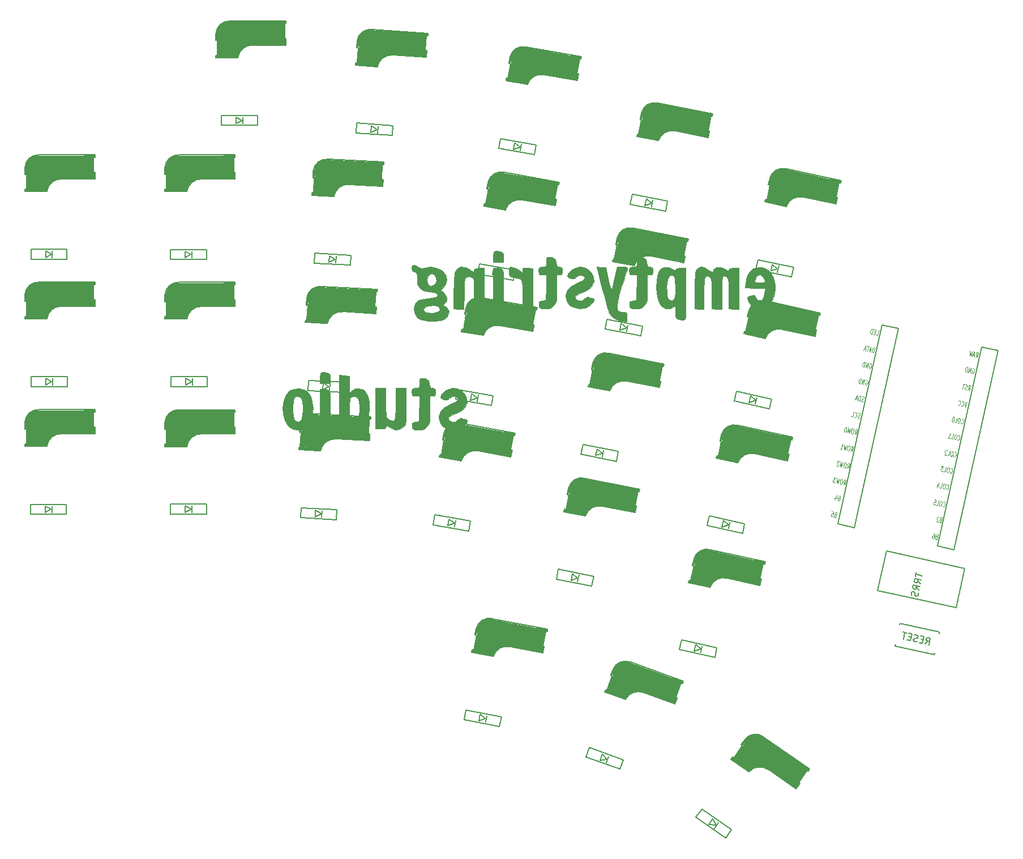
<source format=gbr>
G04 #@! TF.GenerationSoftware,KiCad,Pcbnew,(5.1.0)-1*
G04 #@! TF.CreationDate,2019-06-23T20:26:16+08:00*
G04 #@! TF.ProjectId,52Te_Rev,35325465-5f52-4657-962e-6b696361645f,rev?*
G04 #@! TF.SameCoordinates,Original*
G04 #@! TF.FileFunction,Legend,Bot*
G04 #@! TF.FilePolarity,Positive*
%FSLAX46Y46*%
G04 Gerber Fmt 4.6, Leading zero omitted, Abs format (unit mm)*
G04 Created by KiCad (PCBNEW (5.1.0)-1) date 2019-06-23 20:26:16*
%MOMM*%
%LPD*%
G04 APERTURE LIST*
%ADD10C,0.400000*%
%ADD11C,0.500000*%
%ADD12C,1.000000*%
%ADD13C,0.150000*%
%ADD14C,3.500000*%
%ADD15C,3.000000*%
%ADD16C,0.800000*%
%ADD17C,0.300000*%
%ADD18C,0.010000*%
%ADD19C,0.125000*%
G04 APERTURE END LIST*
D10*
X215700382Y-90653302D02*
X215578828Y-91342667D01*
X216134501Y-88191282D02*
X214755772Y-87948175D01*
D11*
X205302338Y-91459955D02*
X207961319Y-91928805D01*
D12*
X207983707Y-91707866D02*
G75*
G02X210492558Y-90242735I2068022J-660615D01*
G01*
D13*
X216305417Y-88373733D02*
X216366194Y-88029049D01*
X205695781Y-88076878D02*
G75*
G02X208093809Y-86570406I1952250J-445778D01*
G01*
X208308170Y-92171249D02*
G75*
G02X210817020Y-90706117I2068022J-660614D01*
G01*
X216366194Y-88029049D02*
X208093809Y-86570406D01*
X210817020Y-90706117D02*
X215741060Y-91574358D01*
X205070647Y-91622187D02*
X208300817Y-92191753D01*
X205695781Y-88076879D02*
X205522133Y-89061687D01*
X205070647Y-91622187D02*
X205133161Y-91267656D01*
X205330122Y-91302386D02*
X205133161Y-91267656D01*
X205748638Y-89101626D02*
X205359666Y-91307596D01*
X205522133Y-89061687D02*
X205719094Y-89096417D01*
X216108455Y-88339005D02*
X216305417Y-88373733D01*
X215698051Y-90551348D02*
X216088759Y-88335531D01*
X215914708Y-90589551D02*
X215717747Y-90554821D01*
X215741060Y-91574358D02*
X215914708Y-90589551D01*
D14*
X214084011Y-89454408D02*
X207485798Y-88290965D01*
D12*
X215572639Y-88498381D02*
X215138519Y-90960401D01*
D11*
X215497712Y-91226822D02*
X214118981Y-90983714D01*
D15*
X207468957Y-87983368D02*
X207079985Y-90189337D01*
D16*
X205748356Y-91233972D02*
X206060923Y-89461319D01*
D17*
X205637978Y-88980570D02*
X205794261Y-88094244D01*
D10*
X251309817Y-128954780D02*
X251158309Y-129638187D01*
X251850916Y-126514040D02*
X250484102Y-126211024D01*
D11*
X240886484Y-129307109D02*
X243522483Y-129891496D01*
D12*
X243554488Y-129671744D02*
G75*
G02X246124858Y-128317442I2037237J-750192D01*
G01*
D13*
X252013709Y-126703772D02*
X252089463Y-126362069D01*
X241427120Y-125944416D02*
G75*
G02X243888576Y-124543976I1930948J-530508D01*
G01*
X243858430Y-130148838D02*
G75*
G02X246428800Y-128794536I2037237J-750192D01*
G01*
X252089463Y-126362069D02*
X243888576Y-124543976D01*
X246428800Y-128794536D02*
X251310280Y-129876734D01*
X240647937Y-129459081D02*
X243850188Y-130169003D01*
X241427120Y-125944415D02*
X241210680Y-126920711D01*
X240647937Y-129459081D02*
X240725855Y-129107614D01*
X240921115Y-129150902D02*
X240725855Y-129107614D01*
X241435228Y-126970492D02*
X240950403Y-129157395D01*
X241210680Y-126920711D02*
X241405939Y-126963999D01*
X251818450Y-126660484D02*
X252013709Y-126703772D01*
X251311935Y-128852821D02*
X251798924Y-126656155D01*
X251526720Y-128900438D02*
X251331461Y-128857150D01*
X251310280Y-129876734D02*
X251526720Y-128900438D01*
D14*
X249747280Y-127686522D02*
X243206097Y-126236377D01*
D12*
X251276192Y-126796338D02*
X250735093Y-129237078D01*
D11*
X251082324Y-129518914D02*
X249715509Y-129215898D01*
D15*
X243202688Y-125928337D02*
X242717863Y-128115240D01*
D16*
X241341935Y-129100796D02*
X241731526Y-127343465D01*
D17*
X241329954Y-126844724D02*
X241524749Y-125966059D01*
X220869460Y-180515450D02*
X221177277Y-179669728D01*
D16*
X220586861Y-182753785D02*
X221202497Y-181062339D01*
D15*
X222845785Y-179851344D02*
X222079659Y-181956255D01*
D11*
X230189345Y-184439701D02*
X228873775Y-183960873D01*
D12*
X230736922Y-181765723D02*
X229881872Y-184114954D01*
D14*
X229104898Y-182448728D02*
X222808957Y-180157193D01*
D13*
X230368646Y-184824215D02*
X230710667Y-183884522D01*
X230710667Y-183884522D02*
X230522728Y-183816118D01*
X230503934Y-183809278D02*
X231273480Y-181694969D01*
X231292273Y-181701810D02*
X231480212Y-181770214D01*
X220741288Y-180575218D02*
X220929227Y-180643622D01*
X220957417Y-180653883D02*
X220191292Y-182758795D01*
X220163101Y-182748534D02*
X219975163Y-182680130D01*
X219852036Y-183018419D02*
X219975163Y-182680130D01*
X221083308Y-179635526D02*
X220741288Y-180575218D01*
X219852036Y-183018419D02*
X222934227Y-184140245D01*
X225670183Y-183114114D02*
X230368646Y-184824215D01*
X231599919Y-181441321D02*
X223706500Y-178568352D01*
X222945031Y-184121330D02*
G75*
G02X225670183Y-183114114I1921889J-1009686D01*
G01*
X221083307Y-179635525D02*
G75*
G02X223706500Y-178568352I1845183J-778010D01*
G01*
X231480212Y-181770214D02*
X231599919Y-181441321D01*
D12*
X222705962Y-183608645D02*
G75*
G02X225431114Y-182601429I1921889J-1009686D01*
G01*
D11*
X220108378Y-182898885D02*
X222645548Y-183822339D01*
D10*
X231343576Y-181560856D02*
X230028007Y-181082028D01*
X230488526Y-183910087D02*
X230249112Y-184567872D01*
D17*
X133230000Y-105509999D02*
X133230000Y-104610000D01*
D16*
X133730000Y-107710000D02*
X133730000Y-105910001D01*
D15*
X134860000Y-104210000D02*
X134860000Y-106450000D01*
D11*
X143330000Y-106010000D02*
X141930000Y-106010000D01*
D12*
X142930000Y-103310000D02*
X142930000Y-105810000D01*
D14*
X141630000Y-104510000D02*
X134930000Y-104510000D01*
D13*
X143630000Y-106310000D02*
X143630000Y-105310000D01*
X143630000Y-105310000D02*
X143430000Y-105310000D01*
X143410000Y-105310000D02*
X143410000Y-103060000D01*
X143430000Y-103060000D02*
X143630000Y-103060000D01*
X133130000Y-105610000D02*
X133330000Y-105610000D01*
X133360000Y-105610000D02*
X133360000Y-107850000D01*
X133330000Y-107850000D02*
X133130000Y-107850000D01*
X133130000Y-108210000D02*
X133130000Y-107850000D01*
X133130000Y-104610000D02*
X133130000Y-105610000D01*
X133130000Y-108210000D02*
X136410000Y-108210000D01*
X138630000Y-106310000D02*
X143630000Y-106310000D01*
X143630000Y-102710000D02*
X135229999Y-102710000D01*
X136413682Y-108188529D02*
G75*
G02X138630000Y-106310000I2151318J-291471D01*
G01*
X133130000Y-104610001D02*
G75*
G02X135229999Y-102710000I2000000J-99999D01*
G01*
X143630000Y-103060000D02*
X143630000Y-102710000D01*
D12*
X136013682Y-107788529D02*
G75*
G02X138230000Y-105910000I2151318J-291471D01*
G01*
D11*
X133330000Y-108010000D02*
X136030000Y-108010000D01*
D10*
X143430000Y-102910000D02*
X142030000Y-102910000D01*
X143430000Y-105410000D02*
X143430000Y-106110000D01*
D13*
X261972536Y-161965319D02*
X273688088Y-164562594D01*
X260673898Y-167823095D02*
X261972536Y-161965319D01*
X272389450Y-170420370D02*
X260673898Y-167823095D01*
X273688088Y-164562594D02*
X272389450Y-170420370D01*
X134030000Y-116820000D02*
X134030000Y-118320000D01*
X139430000Y-116820000D02*
X134030000Y-116820000D01*
X139430000Y-118320000D02*
X139430000Y-116820000D01*
X134030000Y-118320000D02*
X139430000Y-118320000D01*
X137230000Y-118070000D02*
X137230000Y-117070000D01*
X136230000Y-117070000D02*
X137130000Y-117570000D01*
X136230000Y-118070000D02*
X136230000Y-117070000D01*
X137130000Y-117570000D02*
X136230000Y-118070000D01*
X137150000Y-136640000D02*
X136250000Y-137140000D01*
X136250000Y-137140000D02*
X136250000Y-136140000D01*
X136250000Y-136140000D02*
X137150000Y-136640000D01*
X137250000Y-137140000D02*
X137250000Y-136140000D01*
X134050000Y-137390000D02*
X139450000Y-137390000D01*
X139450000Y-137390000D02*
X139450000Y-135890000D01*
X139450000Y-135890000D02*
X134050000Y-135890000D01*
X134050000Y-135890000D02*
X134050000Y-137390000D01*
X133960000Y-154960000D02*
X133960000Y-156460000D01*
X139360000Y-154960000D02*
X133960000Y-154960000D01*
X139360000Y-156460000D02*
X139360000Y-154960000D01*
X133960000Y-156460000D02*
X139360000Y-156460000D01*
X137160000Y-156210000D02*
X137160000Y-155210000D01*
X136160000Y-155210000D02*
X137060000Y-155710000D01*
X136160000Y-156210000D02*
X136160000Y-155210000D01*
X137060000Y-155710000D02*
X136160000Y-156210000D01*
X162520000Y-96800000D02*
X162520000Y-98300000D01*
X167920000Y-96800000D02*
X162520000Y-96800000D01*
X167920000Y-98300000D02*
X167920000Y-96800000D01*
X162520000Y-98300000D02*
X167920000Y-98300000D01*
X165720000Y-98050000D02*
X165720000Y-97050000D01*
X164720000Y-97050000D02*
X165620000Y-97550000D01*
X164720000Y-98050000D02*
X164720000Y-97050000D01*
X165620000Y-97550000D02*
X164720000Y-98050000D01*
X157980000Y-117610000D02*
X157080000Y-118110000D01*
X157080000Y-118110000D02*
X157080000Y-117110000D01*
X157080000Y-117110000D02*
X157980000Y-117610000D01*
X158080000Y-118110000D02*
X158080000Y-117110000D01*
X154880000Y-118360000D02*
X160280000Y-118360000D01*
X160280000Y-118360000D02*
X160280000Y-116860000D01*
X160280000Y-116860000D02*
X154880000Y-116860000D01*
X154880000Y-116860000D02*
X154880000Y-118360000D01*
X155000000Y-135860000D02*
X155000000Y-137360000D01*
X160400000Y-135860000D02*
X155000000Y-135860000D01*
X160400000Y-137360000D02*
X160400000Y-135860000D01*
X155000000Y-137360000D02*
X160400000Y-137360000D01*
X158200000Y-137110000D02*
X158200000Y-136110000D01*
X157200000Y-136110000D02*
X158100000Y-136610000D01*
X157200000Y-137110000D02*
X157200000Y-136110000D01*
X158100000Y-136610000D02*
X157200000Y-137110000D01*
X154920000Y-154930000D02*
X154920000Y-156430000D01*
X160320000Y-154930000D02*
X154920000Y-154930000D01*
X160320000Y-156430000D02*
X160320000Y-154930000D01*
X154920000Y-156430000D02*
X160320000Y-156430000D01*
X158120000Y-156180000D02*
X158120000Y-155180000D01*
X157120000Y-155180000D02*
X158020000Y-155680000D01*
X157120000Y-156180000D02*
X157120000Y-155180000D01*
X158020000Y-155680000D02*
X157120000Y-156180000D01*
X185819026Y-98917903D02*
X184886340Y-99353904D01*
X184886340Y-99353904D02*
X184956096Y-98356340D01*
X184956096Y-98356340D02*
X185819026Y-98917903D01*
X185883904Y-99423660D02*
X185953660Y-98426096D01*
X182674260Y-99449831D02*
X188061106Y-99826516D01*
X188061106Y-99826516D02*
X188165740Y-98330169D01*
X188165740Y-98330169D02*
X182778894Y-97953484D01*
X182778894Y-97953484D02*
X182674260Y-99449831D01*
X176512952Y-117419721D02*
X176434448Y-118917665D01*
X181905552Y-117702335D02*
X176512952Y-117419721D01*
X181827048Y-119200279D02*
X181905552Y-117702335D01*
X176434448Y-118917665D02*
X181827048Y-119200279D01*
X179643147Y-118835483D02*
X179695483Y-117836853D01*
X178696853Y-117784517D02*
X179569452Y-118330934D01*
X178644517Y-118783147D02*
X178696853Y-117784517D01*
X179569452Y-118330934D02*
X178644517Y-118783147D01*
X178619452Y-137350934D02*
X177694517Y-137803147D01*
X177694517Y-137803147D02*
X177746853Y-136804517D01*
X177746853Y-136804517D02*
X178619452Y-137350934D01*
X178693147Y-137855483D02*
X178745483Y-136856853D01*
X175484448Y-137937665D02*
X180877048Y-138220279D01*
X180877048Y-138220279D02*
X180955552Y-136722335D01*
X180955552Y-136722335D02*
X175562952Y-136439721D01*
X175562952Y-136439721D02*
X175484448Y-137937665D01*
X177469452Y-156380934D02*
X176544517Y-156833147D01*
X176544517Y-156833147D02*
X176596853Y-155834517D01*
X176596853Y-155834517D02*
X177469452Y-156380934D01*
X177543147Y-156885483D02*
X177595483Y-155886853D01*
X174334448Y-156967665D02*
X179727048Y-157250279D01*
X179727048Y-157250279D02*
X179805552Y-155752335D01*
X179805552Y-155752335D02*
X174412952Y-155469721D01*
X174412952Y-155469721D02*
X174334448Y-156967665D01*
X204291255Y-100262544D02*
X204030783Y-101739756D01*
X209609217Y-101200244D02*
X204291255Y-100262544D01*
X209348745Y-102677456D02*
X209609217Y-101200244D01*
X204030783Y-101739756D02*
X209348745Y-102677456D01*
X207225580Y-102049228D02*
X207399228Y-101064420D01*
X206414420Y-100890772D02*
X207213923Y-101539459D01*
X206240772Y-101875580D02*
X206414420Y-100890772D01*
X207213923Y-101539459D02*
X206240772Y-101875580D01*
X204071957Y-120307685D02*
X203098806Y-120643806D01*
X203098806Y-120643806D02*
X203272454Y-119658998D01*
X203272454Y-119658998D02*
X204071957Y-120307685D01*
X204083614Y-120817454D02*
X204257262Y-119832646D01*
X200888817Y-120507982D02*
X206206779Y-121445682D01*
X206206779Y-121445682D02*
X206467251Y-119968470D01*
X206467251Y-119968470D02*
X201149289Y-119030770D01*
X201149289Y-119030770D02*
X200888817Y-120507982D01*
X197851255Y-137792544D02*
X197590783Y-139269756D01*
X203169217Y-138730244D02*
X197851255Y-137792544D01*
X202908745Y-140207456D02*
X203169217Y-138730244D01*
X197590783Y-139269756D02*
X202908745Y-140207456D01*
X200785580Y-139579228D02*
X200959228Y-138594420D01*
X199974420Y-138420772D02*
X200773923Y-139069459D01*
X199800772Y-139405580D02*
X199974420Y-138420772D01*
X200773923Y-139069459D02*
X199800772Y-139405580D01*
X194451255Y-156542544D02*
X194190783Y-158019756D01*
X199769217Y-157480244D02*
X194451255Y-156542544D01*
X199508745Y-158957456D02*
X199769217Y-157480244D01*
X194190783Y-158019756D02*
X199508745Y-158957456D01*
X197385580Y-158329228D02*
X197559228Y-157344420D01*
X196574420Y-157170772D02*
X197373923Y-157819459D01*
X196400772Y-158155580D02*
X196574420Y-157170772D01*
X197373923Y-157819459D02*
X196400772Y-158155580D01*
X202012651Y-187026324D02*
X201033782Y-187345409D01*
X201033782Y-187345409D02*
X201224591Y-186363782D01*
X201224591Y-186363782D02*
X202012651Y-187026324D01*
X202015409Y-187536218D02*
X202206218Y-186554591D01*
X198826500Y-187171036D02*
X204127287Y-188201405D01*
X204127287Y-188201405D02*
X204413500Y-186728964D01*
X204413500Y-186728964D02*
X199112713Y-185698595D01*
X199112713Y-185698595D02*
X198826500Y-187171036D01*
X226852651Y-109936324D02*
X225873782Y-110255409D01*
X225873782Y-110255409D02*
X226064591Y-109273782D01*
X226064591Y-109273782D02*
X226852651Y-109936324D01*
X226855409Y-110446218D02*
X227046218Y-109464591D01*
X223666500Y-110081036D02*
X228967287Y-111111405D01*
X228967287Y-111111405D02*
X229253500Y-109638964D01*
X229253500Y-109638964D02*
X223952713Y-108608595D01*
X223952713Y-108608595D02*
X223666500Y-110081036D01*
X220202713Y-127278595D02*
X219916500Y-128751036D01*
X225503500Y-128308964D02*
X220202713Y-127278595D01*
X225217287Y-129781405D02*
X225503500Y-128308964D01*
X219916500Y-128751036D02*
X225217287Y-129781405D01*
X223105409Y-129116218D02*
X223296218Y-128134591D01*
X222314591Y-127943782D02*
X223102651Y-128606324D01*
X222123782Y-128925409D02*
X222314591Y-127943782D01*
X223102651Y-128606324D02*
X222123782Y-128925409D01*
X219495039Y-147345010D02*
X218516170Y-147664095D01*
X218516170Y-147664095D02*
X218706979Y-146682468D01*
X218706979Y-146682468D02*
X219495039Y-147345010D01*
X219497797Y-147854904D02*
X219688606Y-146873277D01*
X216308888Y-147489722D02*
X221609675Y-148520091D01*
X221609675Y-148520091D02*
X221895888Y-147047650D01*
X221895888Y-147047650D02*
X216595101Y-146017281D01*
X216595101Y-146017281D02*
X216308888Y-147489722D01*
X215792651Y-166006324D02*
X214813782Y-166325409D01*
X214813782Y-166325409D02*
X215004591Y-165343782D01*
X215004591Y-165343782D02*
X215792651Y-166006324D01*
X215795409Y-166516218D02*
X215986218Y-165534591D01*
X212606500Y-166151036D02*
X217907287Y-167181405D01*
X217907287Y-167181405D02*
X218193500Y-165708964D01*
X218193500Y-165708964D02*
X212892713Y-164678595D01*
X212892713Y-164678595D02*
X212606500Y-166151036D01*
X217529345Y-191311776D02*
X217016315Y-192721315D01*
X222603685Y-193158685D02*
X217529345Y-191311776D01*
X222090655Y-194568224D02*
X222603685Y-193158685D01*
X217016315Y-192721315D02*
X222090655Y-194568224D01*
X220108836Y-193580856D02*
X220450856Y-192641164D01*
X219511164Y-192299144D02*
X220185877Y-193076808D01*
X219169144Y-193238836D02*
X219511164Y-192299144D01*
X220185877Y-193076808D02*
X219169144Y-193238836D01*
X242794935Y-118385028D02*
X242483068Y-119852249D01*
X248076932Y-119507751D02*
X242794935Y-118385028D01*
X247765065Y-120974972D02*
X248076932Y-119507751D01*
X242483068Y-119852249D02*
X247765065Y-120974972D01*
X245665118Y-120273030D02*
X245873030Y-119294882D01*
X244894882Y-119086970D02*
X245671259Y-119763165D01*
X244686970Y-120065118D02*
X244894882Y-119086970D01*
X245671259Y-119763165D02*
X244686970Y-120065118D01*
X242410518Y-139446576D02*
X241423632Y-139739928D01*
X241423632Y-139739928D02*
X241640072Y-138763632D01*
X241640072Y-138763632D02*
X242410518Y-139446576D01*
X242399928Y-139956368D02*
X242616368Y-138980072D01*
X239221671Y-139507835D02*
X244493670Y-140676609D01*
X244493670Y-140676609D02*
X244818329Y-139212165D01*
X244818329Y-139212165D02*
X239546330Y-138043391D01*
X239546330Y-138043391D02*
X239221671Y-139507835D01*
X238370518Y-158076576D02*
X237383632Y-158369928D01*
X237383632Y-158369928D02*
X237600072Y-157393632D01*
X237600072Y-157393632D02*
X238370518Y-158076576D01*
X238359928Y-158586368D02*
X238576368Y-157610072D01*
X235181671Y-158137835D02*
X240453670Y-159306609D01*
X240453670Y-159306609D02*
X240778329Y-157842165D01*
X240778329Y-157842165D02*
X235506330Y-156673391D01*
X235506330Y-156673391D02*
X235181671Y-158137835D01*
X231363405Y-175219211D02*
X231038746Y-176683655D01*
X236635404Y-176387985D02*
X231363405Y-175219211D01*
X236310745Y-177852429D02*
X236635404Y-176387985D01*
X231038746Y-176683655D02*
X236310745Y-177852429D01*
X234217003Y-177132188D02*
X234433443Y-176155892D01*
X233457147Y-175939452D02*
X234227593Y-176622396D01*
X233240707Y-176915748D02*
X233457147Y-175939452D01*
X234227593Y-176622396D02*
X233240707Y-176915748D01*
X236477661Y-202929431D02*
X235453636Y-202822788D01*
X235453636Y-202822788D02*
X236027212Y-202003636D01*
X236027212Y-202003636D02*
X236477661Y-202929431D01*
X236272788Y-203396364D02*
X236846364Y-202577212D01*
X233508107Y-201765708D02*
X237931528Y-204863020D01*
X237931528Y-204863020D02*
X238791893Y-203634292D01*
X238791893Y-203634292D02*
X234368472Y-200536980D01*
X234368472Y-200536980D02*
X233508107Y-201765708D01*
D10*
X143430000Y-124440000D02*
X143430000Y-125140000D01*
X143430000Y-121940000D02*
X142030000Y-121940000D01*
D11*
X133330000Y-127040000D02*
X136030000Y-127040000D01*
D12*
X136013682Y-126818529D02*
G75*
G02X138230000Y-124940000I2151318J-291471D01*
G01*
D13*
X143630000Y-122090000D02*
X143630000Y-121740000D01*
X133130000Y-123640001D02*
G75*
G02X135229999Y-121740000I2000000J-99999D01*
G01*
X136413682Y-127218529D02*
G75*
G02X138630000Y-125340000I2151318J-291471D01*
G01*
X143630000Y-121740000D02*
X135229999Y-121740000D01*
X138630000Y-125340000D02*
X143630000Y-125340000D01*
X133130000Y-127240000D02*
X136410000Y-127240000D01*
X133130000Y-123640000D02*
X133130000Y-124640000D01*
X133130000Y-127240000D02*
X133130000Y-126880000D01*
X133330000Y-126880000D02*
X133130000Y-126880000D01*
X133360000Y-124640000D02*
X133360000Y-126880000D01*
X133130000Y-124640000D02*
X133330000Y-124640000D01*
X143430000Y-122090000D02*
X143630000Y-122090000D01*
X143410000Y-124340000D02*
X143410000Y-122090000D01*
X143630000Y-124340000D02*
X143430000Y-124340000D01*
X143630000Y-125340000D02*
X143630000Y-124340000D01*
D14*
X141630000Y-123540000D02*
X134930000Y-123540000D01*
D12*
X142930000Y-122340000D02*
X142930000Y-124840000D01*
D11*
X143330000Y-125040000D02*
X141930000Y-125040000D01*
D15*
X134860000Y-123240000D02*
X134860000Y-125480000D01*
D16*
X133730000Y-126740000D02*
X133730000Y-124940001D01*
D17*
X133230000Y-124539999D02*
X133230000Y-123640000D01*
X133230000Y-143599999D02*
X133230000Y-142700000D01*
D16*
X133730000Y-145800000D02*
X133730000Y-144000001D01*
D15*
X134860000Y-142300000D02*
X134860000Y-144540000D01*
D11*
X143330000Y-144100000D02*
X141930000Y-144100000D01*
D12*
X142930000Y-141400000D02*
X142930000Y-143900000D01*
D14*
X141630000Y-142600000D02*
X134930000Y-142600000D01*
D13*
X143630000Y-144400000D02*
X143630000Y-143400000D01*
X143630000Y-143400000D02*
X143430000Y-143400000D01*
X143410000Y-143400000D02*
X143410000Y-141150000D01*
X143430000Y-141150000D02*
X143630000Y-141150000D01*
X133130000Y-143700000D02*
X133330000Y-143700000D01*
X133360000Y-143700000D02*
X133360000Y-145940000D01*
X133330000Y-145940000D02*
X133130000Y-145940000D01*
X133130000Y-146300000D02*
X133130000Y-145940000D01*
X133130000Y-142700000D02*
X133130000Y-143700000D01*
X133130000Y-146300000D02*
X136410000Y-146300000D01*
X138630000Y-144400000D02*
X143630000Y-144400000D01*
X143630000Y-140800000D02*
X135229999Y-140800000D01*
X136413682Y-146278529D02*
G75*
G02X138630000Y-144400000I2151318J-291471D01*
G01*
X133130000Y-142700001D02*
G75*
G02X135229999Y-140800000I2000000J-99999D01*
G01*
X143630000Y-141150000D02*
X143630000Y-140800000D01*
D12*
X136013682Y-145878529D02*
G75*
G02X138230000Y-144000000I2151318J-291471D01*
G01*
D11*
X133330000Y-146100000D02*
X136030000Y-146100000D01*
D10*
X143430000Y-141000000D02*
X142030000Y-141000000D01*
X143430000Y-143500000D02*
X143430000Y-144200000D01*
X172010000Y-85390000D02*
X172010000Y-86090000D01*
X172010000Y-82890000D02*
X170610000Y-82890000D01*
D11*
X161910000Y-87990000D02*
X164610000Y-87990000D01*
D12*
X164593682Y-87768529D02*
G75*
G02X166810000Y-85890000I2151318J-291471D01*
G01*
D13*
X172210000Y-83040000D02*
X172210000Y-82690000D01*
X161710000Y-84590001D02*
G75*
G02X163809999Y-82690000I2000000J-99999D01*
G01*
X164993682Y-88168529D02*
G75*
G02X167210000Y-86290000I2151318J-291471D01*
G01*
X172210000Y-82690000D02*
X163809999Y-82690000D01*
X167210000Y-86290000D02*
X172210000Y-86290000D01*
X161710000Y-88190000D02*
X164990000Y-88190000D01*
X161710000Y-84590000D02*
X161710000Y-85590000D01*
X161710000Y-88190000D02*
X161710000Y-87830000D01*
X161910000Y-87830000D02*
X161710000Y-87830000D01*
X161940000Y-85590000D02*
X161940000Y-87830000D01*
X161710000Y-85590000D02*
X161910000Y-85590000D01*
X172010000Y-83040000D02*
X172210000Y-83040000D01*
X171990000Y-85290000D02*
X171990000Y-83040000D01*
X172210000Y-85290000D02*
X172010000Y-85290000D01*
X172210000Y-86290000D02*
X172210000Y-85290000D01*
D14*
X170210000Y-84490000D02*
X163510000Y-84490000D01*
D12*
X171510000Y-83290000D02*
X171510000Y-85790000D01*
D11*
X171910000Y-85990000D02*
X170510000Y-85990000D01*
D15*
X163440000Y-84190000D02*
X163440000Y-86430000D01*
D16*
X162310000Y-87690000D02*
X162310000Y-85890001D01*
D17*
X161810000Y-85489999D02*
X161810000Y-84590000D01*
D10*
X164380000Y-105410000D02*
X164380000Y-106110000D01*
X164380000Y-102910000D02*
X162980000Y-102910000D01*
D11*
X154280000Y-108010000D02*
X156980000Y-108010000D01*
D12*
X156963682Y-107788529D02*
G75*
G02X159180000Y-105910000I2151318J-291471D01*
G01*
D13*
X164580000Y-103060000D02*
X164580000Y-102710000D01*
X154080000Y-104610001D02*
G75*
G02X156179999Y-102710000I2000000J-99999D01*
G01*
X157363682Y-108188529D02*
G75*
G02X159580000Y-106310000I2151318J-291471D01*
G01*
X164580000Y-102710000D02*
X156179999Y-102710000D01*
X159580000Y-106310000D02*
X164580000Y-106310000D01*
X154080000Y-108210000D02*
X157360000Y-108210000D01*
X154080000Y-104610000D02*
X154080000Y-105610000D01*
X154080000Y-108210000D02*
X154080000Y-107850000D01*
X154280000Y-107850000D02*
X154080000Y-107850000D01*
X154310000Y-105610000D02*
X154310000Y-107850000D01*
X154080000Y-105610000D02*
X154280000Y-105610000D01*
X164380000Y-103060000D02*
X164580000Y-103060000D01*
X164360000Y-105310000D02*
X164360000Y-103060000D01*
X164580000Y-105310000D02*
X164380000Y-105310000D01*
X164580000Y-106310000D02*
X164580000Y-105310000D01*
D14*
X162580000Y-104510000D02*
X155880000Y-104510000D01*
D12*
X163880000Y-103310000D02*
X163880000Y-105810000D01*
D11*
X164280000Y-106010000D02*
X162880000Y-106010000D01*
D15*
X155810000Y-104210000D02*
X155810000Y-106450000D01*
D16*
X154680000Y-107710000D02*
X154680000Y-105910001D01*
D17*
X154180000Y-105509999D02*
X154180000Y-104610000D01*
X154180000Y-124559999D02*
X154180000Y-123660000D01*
D16*
X154680000Y-126760000D02*
X154680000Y-124960001D01*
D15*
X155810000Y-123260000D02*
X155810000Y-125500000D01*
D11*
X164280000Y-125060000D02*
X162880000Y-125060000D01*
D12*
X163880000Y-122360000D02*
X163880000Y-124860000D01*
D14*
X162580000Y-123560000D02*
X155880000Y-123560000D01*
D13*
X164580000Y-125360000D02*
X164580000Y-124360000D01*
X164580000Y-124360000D02*
X164380000Y-124360000D01*
X164360000Y-124360000D02*
X164360000Y-122110000D01*
X164380000Y-122110000D02*
X164580000Y-122110000D01*
X154080000Y-124660000D02*
X154280000Y-124660000D01*
X154310000Y-124660000D02*
X154310000Y-126900000D01*
X154280000Y-126900000D02*
X154080000Y-126900000D01*
X154080000Y-127260000D02*
X154080000Y-126900000D01*
X154080000Y-123660000D02*
X154080000Y-124660000D01*
X154080000Y-127260000D02*
X157360000Y-127260000D01*
X159580000Y-125360000D02*
X164580000Y-125360000D01*
X164580000Y-121760000D02*
X156179999Y-121760000D01*
X157363682Y-127238529D02*
G75*
G02X159580000Y-125360000I2151318J-291471D01*
G01*
X154080000Y-123660001D02*
G75*
G02X156179999Y-121760000I2000000J-99999D01*
G01*
X164580000Y-122110000D02*
X164580000Y-121760000D01*
D12*
X156963682Y-126838529D02*
G75*
G02X159180000Y-124960000I2151318J-291471D01*
G01*
D11*
X154280000Y-127060000D02*
X156980000Y-127060000D01*
D10*
X164380000Y-121960000D02*
X162980000Y-121960000D01*
X164380000Y-124460000D02*
X164380000Y-125160000D01*
X164380000Y-143520000D02*
X164380000Y-144220000D01*
X164380000Y-141020000D02*
X162980000Y-141020000D01*
D11*
X154280000Y-146120000D02*
X156980000Y-146120000D01*
D12*
X156963682Y-145898529D02*
G75*
G02X159180000Y-144020000I2151318J-291471D01*
G01*
D13*
X164580000Y-141170000D02*
X164580000Y-140820000D01*
X154080000Y-142720001D02*
G75*
G02X156179999Y-140820000I2000000J-99999D01*
G01*
X157363682Y-146298529D02*
G75*
G02X159580000Y-144420000I2151318J-291471D01*
G01*
X164580000Y-140820000D02*
X156179999Y-140820000D01*
X159580000Y-144420000D02*
X164580000Y-144420000D01*
X154080000Y-146320000D02*
X157360000Y-146320000D01*
X154080000Y-142720000D02*
X154080000Y-143720000D01*
X154080000Y-146320000D02*
X154080000Y-145960000D01*
X154280000Y-145960000D02*
X154080000Y-145960000D01*
X154310000Y-143720000D02*
X154310000Y-145960000D01*
X154080000Y-143720000D02*
X154280000Y-143720000D01*
X164380000Y-141170000D02*
X164580000Y-141170000D01*
X164360000Y-143420000D02*
X164360000Y-141170000D01*
X164580000Y-143420000D02*
X164380000Y-143420000D01*
X164580000Y-144420000D02*
X164580000Y-143420000D01*
D14*
X162580000Y-142620000D02*
X155880000Y-142620000D01*
D12*
X163880000Y-141420000D02*
X163880000Y-143920000D01*
D11*
X164280000Y-144120000D02*
X162880000Y-144120000D01*
D15*
X155810000Y-142320000D02*
X155810000Y-144560000D01*
D16*
X154680000Y-145820000D02*
X154680000Y-144020001D01*
D17*
X154180000Y-143619999D02*
X154180000Y-142720000D01*
X182859203Y-86604668D02*
X182921984Y-85706861D01*
D16*
X183204521Y-88834188D02*
X183330082Y-87038574D01*
D15*
X184575916Y-85421539D02*
X184419661Y-87656082D01*
D11*
X192899722Y-87807991D02*
X191503132Y-87710332D01*
D12*
X192689039Y-85086666D02*
X192514647Y-87580576D01*
D14*
X191308498Y-86193059D02*
X184624818Y-85725691D01*
D13*
X193178064Y-88128188D02*
X193247821Y-87130624D01*
X193247821Y-87130624D02*
X193048308Y-87116672D01*
X193028356Y-87115277D02*
X193185309Y-84870758D01*
X193205260Y-84872153D02*
X193404773Y-84886104D01*
X182752471Y-86697450D02*
X182951984Y-86711401D01*
X182981911Y-86713494D02*
X182825656Y-88948037D01*
X182795729Y-88945945D02*
X182596217Y-88931993D01*
X182571104Y-89291116D02*
X182596217Y-88931993D01*
X182822228Y-85699886D02*
X182752471Y-86697450D01*
X182571104Y-89291116D02*
X185843114Y-89519918D01*
X188190244Y-87779405D02*
X193178064Y-88128188D01*
X193429187Y-84536957D02*
X185049648Y-83951003D01*
X185848286Y-89498756D02*
G75*
G02X188190244Y-87779405I2125745J-440829D01*
G01*
X182822228Y-85699887D02*
G75*
G02X185049648Y-83951003I1988152J-239268D01*
G01*
X193404773Y-84886104D02*
X193429187Y-84536957D01*
D12*
X185477163Y-89071828D02*
G75*
G02X187819121Y-87352477I2125745J-440829D01*
G01*
D11*
X182784568Y-89105555D02*
X185477991Y-89293897D01*
D10*
X193215723Y-84722519D02*
X191819134Y-84624859D01*
X193041332Y-87216429D02*
X192992503Y-87914724D01*
D17*
X176306825Y-106051658D02*
X176353928Y-105152893D01*
D16*
X176691001Y-108274812D02*
X176785206Y-106477280D01*
D15*
X178002628Y-104838748D02*
X177885396Y-107075679D01*
D11*
X186366816Y-107079567D02*
X184968734Y-107006297D01*
D12*
X186108671Y-104362333D02*
X185977831Y-106858907D01*
D14*
X184747649Y-105492652D02*
X178056831Y-105142001D01*
D13*
X186650704Y-107394857D02*
X186703040Y-106396227D01*
X186703040Y-106396227D02*
X186503314Y-106385760D01*
X186483341Y-106384713D02*
X186601097Y-104137797D01*
X186621070Y-104138844D02*
X186820796Y-104149311D01*
X176201729Y-106146289D02*
X176401455Y-106156756D01*
X176431414Y-106158326D02*
X176314181Y-108395256D01*
X176284222Y-108393686D02*
X176084496Y-108383219D01*
X176065655Y-108742725D02*
X176084496Y-108383219D01*
X176254065Y-105147659D02*
X176201729Y-106146289D01*
X176065655Y-108742725D02*
X179341160Y-108914387D01*
X181657556Y-107133177D02*
X186650704Y-107394857D01*
X186839113Y-103799790D02*
X178450624Y-103360168D01*
X179345961Y-108893138D02*
G75*
G02X181657556Y-107133177I2133115J-403663D01*
G01*
X176254064Y-105147660D02*
G75*
G02X178450624Y-103360168I1992026J-204534D01*
G01*
X186820796Y-104149311D02*
X186839113Y-103799790D01*
D12*
X178967444Y-108472752D02*
G75*
G02X181279039Y-106712791I2133115J-403663D01*
G01*
D11*
X176275848Y-108553467D02*
X178972148Y-108694774D01*
D10*
X186628920Y-103989049D02*
X185230839Y-103915779D01*
X186498080Y-106485623D02*
X186461445Y-107184664D01*
X185508080Y-125515623D02*
X185471445Y-126214664D01*
X185638920Y-123019049D02*
X184240839Y-122945779D01*
D11*
X175285848Y-127583467D02*
X177982148Y-127724774D01*
D12*
X177977444Y-127502752D02*
G75*
G02X180289039Y-125742791I2133115J-403663D01*
G01*
D13*
X185830796Y-123179311D02*
X185849113Y-122829790D01*
X175264064Y-124177660D02*
G75*
G02X177460624Y-122390168I1992026J-204534D01*
G01*
X178355961Y-127923138D02*
G75*
G02X180667556Y-126163177I2133115J-403663D01*
G01*
X185849113Y-122829790D02*
X177460624Y-122390168D01*
X180667556Y-126163177D02*
X185660704Y-126424857D01*
X175075655Y-127772725D02*
X178351160Y-127944387D01*
X175264065Y-124177659D02*
X175211729Y-125176289D01*
X175075655Y-127772725D02*
X175094496Y-127413219D01*
X175294222Y-127423686D02*
X175094496Y-127413219D01*
X175441414Y-125188326D02*
X175324181Y-127425256D01*
X175211729Y-125176289D02*
X175411455Y-125186756D01*
X185631070Y-123168844D02*
X185830796Y-123179311D01*
X185493341Y-125414713D02*
X185611097Y-123167797D01*
X185713040Y-125426227D02*
X185513314Y-125415760D01*
X185660704Y-126424857D02*
X185713040Y-125426227D01*
D14*
X183757649Y-124522652D02*
X177066831Y-124172001D01*
D12*
X185118671Y-123392333D02*
X184987831Y-125888907D01*
D11*
X185376816Y-126109567D02*
X183978734Y-126036297D01*
D15*
X177012628Y-123868748D02*
X176895396Y-126105679D01*
D16*
X175701001Y-127304812D02*
X175795206Y-125507280D01*
D17*
X175316825Y-125081658D02*
X175363928Y-124182893D01*
X174316825Y-144101658D02*
X174363928Y-143202893D01*
D16*
X174701001Y-146324812D02*
X174795206Y-144527280D01*
D15*
X176012628Y-142888748D02*
X175895396Y-145125679D01*
D11*
X184376816Y-145129567D02*
X182978734Y-145056297D01*
D12*
X184118671Y-142412333D02*
X183987831Y-144908907D01*
D14*
X182757649Y-143542652D02*
X176066831Y-143192001D01*
D13*
X184660704Y-145444857D02*
X184713040Y-144446227D01*
X184713040Y-144446227D02*
X184513314Y-144435760D01*
X184493341Y-144434713D02*
X184611097Y-142187797D01*
X184631070Y-142188844D02*
X184830796Y-142199311D01*
X174211729Y-144196289D02*
X174411455Y-144206756D01*
X174441414Y-144208326D02*
X174324181Y-146445256D01*
X174294222Y-146443686D02*
X174094496Y-146433219D01*
X174075655Y-146792725D02*
X174094496Y-146433219D01*
X174264065Y-143197659D02*
X174211729Y-144196289D01*
X174075655Y-146792725D02*
X177351160Y-146964387D01*
X179667556Y-145183177D02*
X184660704Y-145444857D01*
X184849113Y-141849790D02*
X176460624Y-141410168D01*
X177355961Y-146943138D02*
G75*
G02X179667556Y-145183177I2133115J-403663D01*
G01*
X174264064Y-143197660D02*
G75*
G02X176460624Y-141410168I1992026J-204534D01*
G01*
X184830796Y-142199311D02*
X184849113Y-141849790D01*
D12*
X176977444Y-146522752D02*
G75*
G02X179289039Y-144762791I2133115J-403663D01*
G01*
D11*
X174285848Y-146603467D02*
X176982148Y-146744774D01*
D10*
X184638920Y-142039049D02*
X183240839Y-141965779D01*
X184508080Y-144535623D02*
X184471445Y-145234664D01*
X212390382Y-109403302D02*
X212268828Y-110092667D01*
X212824501Y-106941282D02*
X211445772Y-106698175D01*
D11*
X201992338Y-110209955D02*
X204651319Y-110678805D01*
D12*
X204673707Y-110457866D02*
G75*
G02X207182558Y-108992735I2068022J-660615D01*
G01*
D13*
X212995417Y-107123733D02*
X213056194Y-106779049D01*
X202385781Y-106826878D02*
G75*
G02X204783809Y-105320406I1952250J-445778D01*
G01*
X204998170Y-110921249D02*
G75*
G02X207507020Y-109456117I2068022J-660614D01*
G01*
X213056194Y-106779049D02*
X204783809Y-105320406D01*
X207507020Y-109456117D02*
X212431060Y-110324358D01*
X201760647Y-110372187D02*
X204990817Y-110941753D01*
X202385781Y-106826879D02*
X202212133Y-107811687D01*
X201760647Y-110372187D02*
X201823161Y-110017656D01*
X202020122Y-110052386D02*
X201823161Y-110017656D01*
X202438638Y-107851626D02*
X202049666Y-110057596D01*
X202212133Y-107811687D02*
X202409094Y-107846417D01*
X212798455Y-107089005D02*
X212995417Y-107123733D01*
X212388051Y-109301348D02*
X212778759Y-107085531D01*
X212604708Y-109339551D02*
X212407747Y-109304821D01*
X212431060Y-110324358D02*
X212604708Y-109339551D01*
D14*
X210774011Y-108204408D02*
X204175798Y-107040965D01*
D12*
X212262639Y-107248381D02*
X211828519Y-109710401D01*
D11*
X212187712Y-109976822D02*
X210808981Y-109733714D01*
D15*
X204158957Y-106733368D02*
X203769985Y-108939337D01*
D16*
X202438356Y-109983972D02*
X202750923Y-108211319D01*
D17*
X202327978Y-107730570D02*
X202484261Y-106844244D01*
X199017978Y-126490570D02*
X199174261Y-125604244D01*
D16*
X199128356Y-128743972D02*
X199440923Y-126971319D01*
D15*
X200848957Y-125493368D02*
X200459985Y-127699337D01*
D11*
X208877712Y-128736822D02*
X207498981Y-128493714D01*
D12*
X208952639Y-126008381D02*
X208518519Y-128470401D01*
D14*
X207464011Y-126964408D02*
X200865799Y-125800965D01*
D13*
X209121060Y-129084358D02*
X209294708Y-128099551D01*
X209294708Y-128099551D02*
X209097747Y-128064821D01*
X209078051Y-128061348D02*
X209468759Y-125845531D01*
X209488455Y-125849004D02*
X209685417Y-125883733D01*
X198902133Y-126571687D02*
X199099094Y-126606417D01*
X199128638Y-126611626D02*
X198739666Y-128817596D01*
X198710122Y-128812386D02*
X198513161Y-128777656D01*
X198450647Y-129132187D02*
X198513161Y-128777656D01*
X199075781Y-125586879D02*
X198902133Y-126571687D01*
X198450647Y-129132187D02*
X201680817Y-129701753D01*
X204197021Y-128216117D02*
X209121060Y-129084358D01*
X209746194Y-125539050D02*
X201473808Y-124080406D01*
X201688170Y-129681248D02*
G75*
G02X204197021Y-128216117I2068022J-660615D01*
G01*
X199075781Y-125586879D02*
G75*
G02X201473808Y-124080406I1952250J-445777D01*
G01*
X209685417Y-125883733D02*
X209746194Y-125539050D01*
D12*
X201363707Y-129217866D02*
G75*
G02X203872558Y-127752735I2068022J-660615D01*
G01*
D11*
X198682338Y-128969955D02*
X201341319Y-129438805D01*
D10*
X209514502Y-125701282D02*
X208135772Y-125458175D01*
X209080382Y-128163302D02*
X208958828Y-128852667D01*
X205780382Y-146923302D02*
X205658828Y-147612667D01*
X206214502Y-144461282D02*
X204835772Y-144218175D01*
D11*
X195382338Y-147729955D02*
X198041319Y-148198805D01*
D12*
X198063707Y-147977866D02*
G75*
G02X200572558Y-146512735I2068022J-660615D01*
G01*
D13*
X206385417Y-144643733D02*
X206446194Y-144299050D01*
X195775781Y-144346879D02*
G75*
G02X198173808Y-142840406I1952250J-445777D01*
G01*
X198388170Y-148441248D02*
G75*
G02X200897021Y-146976117I2068022J-660615D01*
G01*
X206446194Y-144299050D02*
X198173808Y-142840406D01*
X200897021Y-146976117D02*
X205821060Y-147844358D01*
X195150647Y-147892187D02*
X198380817Y-148461753D01*
X195775781Y-144346879D02*
X195602133Y-145331687D01*
X195150647Y-147892187D02*
X195213161Y-147537656D01*
X195410122Y-147572386D02*
X195213161Y-147537656D01*
X195828638Y-145371626D02*
X195439666Y-147577596D01*
X195602133Y-145331687D02*
X195799094Y-145366417D01*
X206188455Y-144609004D02*
X206385417Y-144643733D01*
X205778051Y-146821348D02*
X206168759Y-144605531D01*
X205994708Y-146859551D02*
X205797747Y-146824821D01*
X205821060Y-147844358D02*
X205994708Y-146859551D01*
D14*
X204164011Y-145724408D02*
X197565799Y-144560965D01*
D12*
X205652639Y-144768381D02*
X205218519Y-147230401D01*
D11*
X205577712Y-147496822D02*
X204198981Y-147253714D01*
D15*
X197548957Y-144253368D02*
X197159985Y-146459337D01*
D16*
X195828356Y-147503972D02*
X196140923Y-145731319D01*
D17*
X195717978Y-145250570D02*
X195874261Y-144364244D01*
D10*
X210603315Y-176271214D02*
X210469748Y-176958353D01*
X211080337Y-173817146D02*
X209706059Y-173550013D01*
D11*
X200192777Y-176896273D02*
X202843170Y-177411458D01*
D12*
X202869410Y-177190943D02*
G75*
G02X205403449Y-175769820I2056178J-696606D01*
G01*
D13*
X211248041Y-174002551D02*
X211314824Y-173658982D01*
X200645201Y-173520580D02*
G75*
G02X203069155Y-172056186I1944174J-479780D01*
G01*
X203185738Y-177659917D02*
G75*
G02X205719776Y-176238795I2056177J-696606D01*
G01*
X211314824Y-173658982D02*
X203069155Y-172056186D01*
X205719776Y-176238795D02*
X210627912Y-177192840D01*
X199958290Y-177054437D02*
X203178027Y-177680291D01*
X200645202Y-173520579D02*
X200454393Y-174502206D01*
X199958290Y-177054437D02*
X200026981Y-176701051D01*
X200223306Y-176739213D02*
X200026981Y-176701051D01*
X200680167Y-174546092D02*
X200252755Y-176744937D01*
X200454393Y-174502206D02*
X200650718Y-174540368D01*
X211051716Y-173964390D02*
X211248041Y-174002551D01*
X210602763Y-176169235D02*
X211032083Y-173960574D01*
X210818721Y-176211213D02*
X210622396Y-176173051D01*
X210627912Y-177192840D02*
X210818721Y-176211213D01*
D14*
X209008114Y-175044293D02*
X202431212Y-173765873D01*
D12*
X210513200Y-174114392D02*
X210036177Y-176568460D01*
D11*
X210390667Y-176841109D02*
X209016389Y-176573976D01*
D15*
X202419741Y-173458028D02*
X201992328Y-175656873D01*
D16*
X200642670Y-176678109D02*
X200986126Y-174911181D01*
D17*
X200571637Y-174423124D02*
X200743365Y-173539660D01*
D10*
X235293315Y-99181214D02*
X235159748Y-99868353D01*
X235770337Y-96727146D02*
X234396059Y-96460013D01*
D11*
X224882777Y-99806273D02*
X227533170Y-100321458D01*
D12*
X227559410Y-100100943D02*
G75*
G02X230093449Y-98679820I2056178J-696606D01*
G01*
D13*
X235938041Y-96912551D02*
X236004824Y-96568982D01*
X225335201Y-96430580D02*
G75*
G02X227759155Y-94966186I1944174J-479780D01*
G01*
X227875738Y-100569917D02*
G75*
G02X230409776Y-99148795I2056177J-696606D01*
G01*
X236004824Y-96568982D02*
X227759155Y-94966186D01*
X230409776Y-99148795D02*
X235317912Y-100102840D01*
X224648290Y-99964437D02*
X227868027Y-100590291D01*
X225335202Y-96430579D02*
X225144393Y-97412206D01*
X224648290Y-99964437D02*
X224716981Y-99611051D01*
X224913306Y-99649213D02*
X224716981Y-99611051D01*
X225370167Y-97456092D02*
X224942755Y-99654937D01*
X225144393Y-97412206D02*
X225340718Y-97450368D01*
X235741716Y-96874390D02*
X235938041Y-96912551D01*
X235292763Y-99079235D02*
X235722083Y-96870574D01*
X235508721Y-99121213D02*
X235312396Y-99083051D01*
X235317912Y-100102840D02*
X235508721Y-99121213D01*
D14*
X233698114Y-97954293D02*
X227121212Y-96675873D01*
D12*
X235203200Y-97024392D02*
X234726177Y-99478460D01*
D11*
X235080667Y-99751109D02*
X233706389Y-99483976D01*
D15*
X227109741Y-96368028D02*
X226682328Y-98566873D01*
D16*
X225332670Y-99588109D02*
X225676126Y-97821181D01*
D17*
X225261637Y-97333124D02*
X225433365Y-96449660D01*
X221631637Y-116033124D02*
X221803365Y-115149660D01*
D16*
X221702670Y-118288109D02*
X222046126Y-116521181D01*
D15*
X223479741Y-115068028D02*
X223052328Y-117266873D01*
D11*
X231450667Y-118451109D02*
X230076389Y-118183976D01*
D12*
X231573200Y-115724392D02*
X231096177Y-118178460D01*
D14*
X230068114Y-116654293D02*
X223491212Y-115375873D01*
D13*
X231687912Y-118802840D02*
X231878721Y-117821213D01*
X231878721Y-117821213D02*
X231682396Y-117783051D01*
X231662763Y-117779235D02*
X232092083Y-115570574D01*
X232111716Y-115574390D02*
X232308041Y-115612551D01*
X221514393Y-116112206D02*
X221710718Y-116150368D01*
X221740167Y-116156092D02*
X221312755Y-118354937D01*
X221283306Y-118349213D02*
X221086981Y-118311051D01*
X221018290Y-118664437D02*
X221086981Y-118311051D01*
X221705202Y-115130579D02*
X221514393Y-116112206D01*
X221018290Y-118664437D02*
X224238027Y-119290291D01*
X226779776Y-117848795D02*
X231687912Y-118802840D01*
X232374824Y-115268982D02*
X224129155Y-113666186D01*
X224245738Y-119269917D02*
G75*
G02X226779776Y-117848795I2056177J-696606D01*
G01*
X221705201Y-115130580D02*
G75*
G02X224129155Y-113666186I1944174J-479780D01*
G01*
X232308041Y-115612551D02*
X232374824Y-115268982D01*
D12*
X223929410Y-118800943D02*
G75*
G02X226463449Y-117379820I2056178J-696606D01*
G01*
D11*
X221252777Y-118506273D02*
X223903170Y-119021458D01*
D10*
X232140337Y-115427146D02*
X230766059Y-115160013D01*
X231663315Y-117881214D02*
X231529748Y-118568353D01*
X228023315Y-136581214D02*
X227889748Y-137268353D01*
X228500337Y-134127146D02*
X227126059Y-133860013D01*
D11*
X217612777Y-137206273D02*
X220263170Y-137721458D01*
D12*
X220289410Y-137500943D02*
G75*
G02X222823449Y-136079820I2056178J-696606D01*
G01*
D13*
X228668041Y-134312551D02*
X228734824Y-133968982D01*
X218065201Y-133830580D02*
G75*
G02X220489155Y-132366186I1944174J-479780D01*
G01*
X220605738Y-137969917D02*
G75*
G02X223139776Y-136548795I2056177J-696606D01*
G01*
X228734824Y-133968982D02*
X220489155Y-132366186D01*
X223139776Y-136548795D02*
X228047912Y-137502840D01*
X217378290Y-137364437D02*
X220598027Y-137990291D01*
X218065202Y-133830579D02*
X217874393Y-134812206D01*
X217378290Y-137364437D02*
X217446981Y-137011051D01*
X217643306Y-137049213D02*
X217446981Y-137011051D01*
X218100167Y-134856092D02*
X217672755Y-137054937D01*
X217874393Y-134812206D02*
X218070718Y-134850368D01*
X228471716Y-134274390D02*
X228668041Y-134312551D01*
X228022763Y-136479235D02*
X228452083Y-134270574D01*
X228238721Y-136521213D02*
X228042396Y-136483051D01*
X228047912Y-137502840D02*
X228238721Y-136521213D01*
D14*
X226428114Y-135354293D02*
X219851212Y-134075873D01*
D12*
X227933200Y-134424392D02*
X227456177Y-136878460D01*
D11*
X227810667Y-137151109D02*
X226436389Y-136883976D01*
D15*
X219839741Y-133768028D02*
X219412328Y-135966873D01*
D16*
X218062670Y-136988109D02*
X218406126Y-135221181D01*
D17*
X217991637Y-134733124D02*
X218163365Y-133849660D01*
X214361637Y-153433124D02*
X214533365Y-152549660D01*
D16*
X214432670Y-155688109D02*
X214776126Y-153921181D01*
D15*
X216209741Y-152468028D02*
X215782328Y-154666873D01*
D11*
X224180667Y-155851109D02*
X222806389Y-155583976D01*
D12*
X224303200Y-153124392D02*
X223826177Y-155578460D01*
D14*
X222798114Y-154054293D02*
X216221212Y-152775873D01*
D13*
X224417912Y-156202840D02*
X224608721Y-155221213D01*
X224608721Y-155221213D02*
X224412396Y-155183051D01*
X224392763Y-155179235D02*
X224822083Y-152970574D01*
X224841716Y-152974390D02*
X225038041Y-153012551D01*
X214244393Y-153512206D02*
X214440718Y-153550368D01*
X214470167Y-153556092D02*
X214042755Y-155754937D01*
X214013306Y-155749213D02*
X213816981Y-155711051D01*
X213748290Y-156064437D02*
X213816981Y-155711051D01*
X214435202Y-152530579D02*
X214244393Y-153512206D01*
X213748290Y-156064437D02*
X216968027Y-156690291D01*
X219509776Y-155248795D02*
X224417912Y-156202840D01*
X225104824Y-152668982D02*
X216859155Y-151066186D01*
X216975738Y-156669917D02*
G75*
G02X219509776Y-155248795I2056177J-696606D01*
G01*
X214435201Y-152530580D02*
G75*
G02X216859155Y-151066186I1944174J-479780D01*
G01*
X225038041Y-153012551D02*
X225104824Y-152668982D01*
D12*
X216659410Y-156200943D02*
G75*
G02X219193449Y-154779820I2056178J-696606D01*
G01*
D11*
X213982777Y-155906273D02*
X216633170Y-156421458D01*
D10*
X224870337Y-152827146D02*
X223496059Y-152560013D01*
X224393315Y-155281214D02*
X224259748Y-155968353D01*
D17*
X244456809Y-107117150D02*
X244643929Y-106236818D01*
D16*
X244488476Y-109373032D02*
X244862717Y-107612367D01*
D15*
X246321474Y-106184455D02*
X245855752Y-108375506D01*
D11*
X254232143Y-109706133D02*
X252862737Y-109415057D01*
D12*
X254402246Y-106981970D02*
X253882467Y-109427339D01*
D14*
X252881160Y-107885462D02*
X246327571Y-106492454D01*
D13*
X254463214Y-110061951D02*
X254671126Y-109083803D01*
X254671126Y-109083803D02*
X254475496Y-109042221D01*
X254455933Y-109038063D02*
X254923735Y-106837231D01*
X254943298Y-106841389D02*
X255138927Y-106882971D01*
X244338202Y-107194175D02*
X244533832Y-107235757D01*
X244563176Y-107241995D02*
X244097454Y-109433045D01*
X244068110Y-109426808D02*
X243872480Y-109385226D01*
X243797632Y-109737359D02*
X243872480Y-109385226D01*
X244546114Y-106216027D02*
X244338202Y-107194175D01*
X243797632Y-109737359D02*
X247005956Y-110419309D01*
X249572476Y-109022393D02*
X254463214Y-110061951D01*
X255211696Y-106540620D02*
X246995255Y-104794161D01*
X247014022Y-110399074D02*
G75*
G02X249572476Y-109022393I2043706J-732385D01*
G01*
X244546114Y-106216028D02*
G75*
G02X246995255Y-104794161I1935504J-513637D01*
G01*
X255138927Y-106882971D02*
X255211696Y-106540620D01*
D12*
X246705928Y-109924650D02*
G75*
G02X249264382Y-108547969I2043706J-732385D01*
G01*
D11*
X244034844Y-109583311D02*
X246675842Y-110144673D01*
D10*
X254974484Y-106694667D02*
X253605078Y-106403590D01*
X254454705Y-109140036D02*
X254309167Y-109824739D01*
D17*
X237209954Y-145444724D02*
X237404749Y-144566059D01*
D16*
X237221935Y-147700796D02*
X237611526Y-145943465D01*
D15*
X239082688Y-144528337D02*
X238597863Y-146715240D01*
D11*
X246962324Y-148118914D02*
X245595509Y-147815898D01*
D12*
X247156192Y-145396338D02*
X246615093Y-147837078D01*
D14*
X245627280Y-146286522D02*
X239086097Y-144836377D01*
D13*
X247190280Y-148476734D02*
X247406720Y-147500438D01*
X247406720Y-147500438D02*
X247211461Y-147457150D01*
X247191935Y-147452821D02*
X247678924Y-145256155D01*
X247698450Y-145260484D02*
X247893709Y-145303772D01*
X237090680Y-145520711D02*
X237285939Y-145563999D01*
X237315228Y-145570492D02*
X236830403Y-147757395D01*
X236801115Y-147750902D02*
X236605855Y-147707614D01*
X236527937Y-148059081D02*
X236605855Y-147707614D01*
X237307120Y-144544415D02*
X237090680Y-145520711D01*
X236527937Y-148059081D02*
X239730188Y-148769003D01*
X242308800Y-147394536D02*
X247190280Y-148476734D01*
X247969463Y-144962069D02*
X239768576Y-143143976D01*
X239738430Y-148748838D02*
G75*
G02X242308800Y-147394536I2037237J-750192D01*
G01*
X237307120Y-144544416D02*
G75*
G02X239768576Y-143143976I1930948J-530508D01*
G01*
X247893709Y-145303772D02*
X247969463Y-144962069D01*
D12*
X239434488Y-148271744D02*
G75*
G02X242004858Y-146917442I2037237J-750192D01*
G01*
D11*
X236766484Y-147907109D02*
X239402483Y-148491496D01*
D10*
X247730916Y-145114040D02*
X246364102Y-144811024D01*
X247189817Y-147554780D02*
X247038309Y-148238187D01*
X243059817Y-166154780D02*
X242908309Y-166838187D01*
X243600916Y-163714040D02*
X242234102Y-163411024D01*
D11*
X232636484Y-166507109D02*
X235272483Y-167091496D01*
D12*
X235304488Y-166871744D02*
G75*
G02X237874858Y-165517442I2037237J-750192D01*
G01*
D13*
X243763709Y-163903772D02*
X243839463Y-163562069D01*
X233177120Y-163144416D02*
G75*
G02X235638576Y-161743976I1930948J-530508D01*
G01*
X235608430Y-167348838D02*
G75*
G02X238178800Y-165994536I2037237J-750192D01*
G01*
X243839463Y-163562069D02*
X235638576Y-161743976D01*
X238178800Y-165994536D02*
X243060280Y-167076734D01*
X232397937Y-166659081D02*
X235600188Y-167369003D01*
X233177120Y-163144415D02*
X232960680Y-164120711D01*
X232397937Y-166659081D02*
X232475855Y-166307614D01*
X232671115Y-166350902D02*
X232475855Y-166307614D01*
X233185228Y-164170492D02*
X232700403Y-166357395D01*
X232960680Y-164120711D02*
X233155939Y-164163999D01*
X243568450Y-163860484D02*
X243763709Y-163903772D01*
X243061935Y-166052821D02*
X243548924Y-163856155D01*
X243276720Y-166100438D02*
X243081461Y-166057150D01*
X243060280Y-167076734D02*
X243276720Y-166100438D01*
D14*
X241497280Y-164886522D02*
X234956097Y-163436377D01*
D12*
X243026192Y-163996338D02*
X242485093Y-166437078D01*
D11*
X242832324Y-166718914D02*
X241465509Y-166415898D01*
D15*
X234952688Y-163128337D02*
X234467863Y-165315240D01*
D16*
X233091935Y-166300796D02*
X233481526Y-164543465D01*
D17*
X233079954Y-164044724D02*
X233274749Y-163166059D01*
X240388509Y-190900478D02*
X240904727Y-190163242D01*
D16*
X239536216Y-192989402D02*
X240568653Y-191514929D01*
D15*
X242469376Y-190770511D02*
X241184565Y-192605411D01*
D11*
X248375156Y-197103177D02*
X247228343Y-196300170D01*
D12*
X249596152Y-194662036D02*
X248162210Y-196709916D01*
D14*
X247842962Y-194899369D02*
X242354644Y-191056407D01*
D13*
X248448829Y-197520995D02*
X249022405Y-196701843D01*
X249022405Y-196701843D02*
X248858575Y-196587128D01*
X248842192Y-196575657D02*
X250132739Y-194732565D01*
X250149122Y-194744036D02*
X250312952Y-194858751D01*
X240249236Y-190925036D02*
X240413066Y-191039752D01*
X240437641Y-191056959D02*
X239152830Y-192891860D01*
X239128255Y-192874652D02*
X238964425Y-192759937D01*
X238757937Y-193054832D02*
X238964425Y-192759937D01*
X240822812Y-190105884D02*
X240249236Y-190925036D01*
X238757937Y-193054832D02*
X241444756Y-194936162D01*
X244353068Y-194653113D02*
X248448829Y-197520995D01*
X250513704Y-194572048D02*
X243632826Y-189754005D01*
X241460087Y-194920688D02*
G75*
G02X244353068Y-194653113I1595076J-1472703D01*
G01*
X240822812Y-190105885D02*
G75*
G02X243632826Y-189754005I1580947J-1229067D01*
G01*
X250312952Y-194858751D02*
X250513704Y-194572048D01*
D12*
X241361857Y-194363595D02*
G75*
G02X244254838Y-194096022I1595075J-1472704D01*
G01*
D11*
X239036483Y-193005717D02*
X241248193Y-194554373D01*
D10*
X250235158Y-194621163D02*
X249088345Y-193818156D01*
X248801217Y-196669043D02*
X248399714Y-197242450D01*
D13*
X263985771Y-172986237D02*
X264039881Y-172742163D01*
X264039881Y-172742163D02*
X269897657Y-174040801D01*
X269897657Y-174040801D02*
X269843547Y-174284875D01*
X269194229Y-177213763D02*
X269140119Y-177457837D01*
X269140119Y-177457837D02*
X263282343Y-176159199D01*
X263282343Y-176159199D02*
X263336453Y-175915125D01*
X276183196Y-131424700D02*
X278662988Y-131974456D01*
X278662988Y-131974456D02*
X272065909Y-161731959D01*
X272065909Y-161731959D02*
X269586117Y-161182202D01*
X269586117Y-161182202D02*
X276183196Y-131424700D01*
X261304445Y-128126160D02*
X263784237Y-128675917D01*
X263784237Y-128675917D02*
X257187158Y-158433419D01*
X257187158Y-158433419D02*
X254707366Y-157883662D01*
X254707366Y-157883662D02*
X261304445Y-128126160D01*
D18*
G36*
X203328045Y-117140350D02*
G01*
X203205576Y-117374695D01*
X203180758Y-117858828D01*
X203180667Y-117931333D01*
X203180667Y-118778000D01*
X204704667Y-118778000D01*
X204704667Y-118037167D01*
X204684697Y-117570739D01*
X204580002Y-117335042D01*
X204323406Y-117222592D01*
X204175500Y-117190500D01*
X203625557Y-117098162D01*
X203328045Y-117140350D01*
X203328045Y-117140350D01*
G37*
X203328045Y-117140350D02*
X203205576Y-117374695D01*
X203180758Y-117858828D01*
X203180667Y-117931333D01*
X203180667Y-118778000D01*
X204704667Y-118778000D01*
X204704667Y-118037167D01*
X204684697Y-117570739D01*
X204580002Y-117335042D01*
X204323406Y-117222592D01*
X204175500Y-117190500D01*
X203625557Y-117098162D01*
X203328045Y-117140350D01*
G36*
X205600707Y-119546737D02*
G01*
X205554551Y-119830596D01*
X205551334Y-120174524D01*
X205565465Y-120644799D01*
X205664244Y-120882139D01*
X205932252Y-120992275D01*
X206249875Y-121047750D01*
X206778689Y-121139721D01*
X207145156Y-121255510D01*
X207379042Y-121452312D01*
X207510115Y-121787325D01*
X207568142Y-122317744D01*
X207582888Y-123100766D01*
X207583334Y-123609958D01*
X207583334Y-125720667D01*
X209107334Y-125720667D01*
X209107334Y-119658768D01*
X208345334Y-119598164D01*
X207876382Y-119576720D01*
X207653429Y-119637531D01*
X207586540Y-119819917D01*
X207583334Y-119931310D01*
X207583334Y-120325061D01*
X207089585Y-119973481D01*
X206586774Y-119694185D01*
X206073585Y-119517450D01*
X205752647Y-119468866D01*
X205600707Y-119546737D01*
X205600707Y-119546737D01*
G37*
X205600707Y-119546737D02*
X205554551Y-119830596D01*
X205551334Y-120174524D01*
X205565465Y-120644799D01*
X205664244Y-120882139D01*
X205932252Y-120992275D01*
X206249875Y-121047750D01*
X206778689Y-121139721D01*
X207145156Y-121255510D01*
X207379042Y-121452312D01*
X207510115Y-121787325D01*
X207568142Y-122317744D01*
X207582888Y-123100766D01*
X207583334Y-123609958D01*
X207583334Y-125720667D01*
X209107334Y-125720667D01*
X209107334Y-119658768D01*
X208345334Y-119598164D01*
X207876382Y-119576720D01*
X207653429Y-119637531D01*
X207586540Y-119819917D01*
X207583334Y-119931310D01*
X207583334Y-120325061D01*
X207089585Y-119973481D01*
X206586774Y-119694185D01*
X206073585Y-119517450D01*
X205752647Y-119468866D01*
X205600707Y-119546737D01*
G36*
X211226754Y-118018225D02*
G01*
X211147311Y-118295303D01*
X211139334Y-118693333D01*
X211126682Y-119161539D01*
X211040935Y-119383250D01*
X210810406Y-119450633D01*
X210546667Y-119455333D01*
X210149443Y-119481546D01*
X209986539Y-119629439D01*
X209954074Y-120002889D01*
X209954000Y-120048000D01*
X209979780Y-120443971D01*
X210126085Y-120607326D01*
X210496366Y-120640554D01*
X210552213Y-120640667D01*
X211150426Y-120640667D01*
X211102546Y-122545667D01*
X211054667Y-124450667D01*
X210494460Y-124504465D01*
X210114895Y-124572180D01*
X209978728Y-124747029D01*
X209986460Y-125097132D01*
X210041316Y-125423693D01*
X210186447Y-125590307D01*
X210517201Y-125662446D01*
X210846601Y-125687758D01*
X211385518Y-125690474D01*
X211752554Y-125574698D01*
X212108582Y-125284943D01*
X212158934Y-125235117D01*
X212370896Y-125013626D01*
X212513190Y-124805221D01*
X212599699Y-124539739D01*
X212644305Y-124147013D01*
X212660889Y-123556880D01*
X212663334Y-122699176D01*
X212663334Y-120640667D01*
X213086667Y-120640667D01*
X213372950Y-120596386D01*
X213490149Y-120397124D01*
X213510000Y-120048000D01*
X213478269Y-119647104D01*
X213335912Y-119483003D01*
X213088668Y-119455333D01*
X212803277Y-119404052D01*
X212648250Y-119188120D01*
X212561808Y-118795394D01*
X212451780Y-118349091D01*
X212251437Y-118128039D01*
X211945973Y-118033394D01*
X211464137Y-117954516D01*
X211226754Y-118018225D01*
X211226754Y-118018225D01*
G37*
X211226754Y-118018225D02*
X211147311Y-118295303D01*
X211139334Y-118693333D01*
X211126682Y-119161539D01*
X211040935Y-119383250D01*
X210810406Y-119450633D01*
X210546667Y-119455333D01*
X210149443Y-119481546D01*
X209986539Y-119629439D01*
X209954074Y-120002889D01*
X209954000Y-120048000D01*
X209979780Y-120443971D01*
X210126085Y-120607326D01*
X210496366Y-120640554D01*
X210552213Y-120640667D01*
X211150426Y-120640667D01*
X211102546Y-122545667D01*
X211054667Y-124450667D01*
X210494460Y-124504465D01*
X210114895Y-124572180D01*
X209978728Y-124747029D01*
X209986460Y-125097132D01*
X210041316Y-125423693D01*
X210186447Y-125590307D01*
X210517201Y-125662446D01*
X210846601Y-125687758D01*
X211385518Y-125690474D01*
X211752554Y-125574698D01*
X212108582Y-125284943D01*
X212158934Y-125235117D01*
X212370896Y-125013626D01*
X212513190Y-124805221D01*
X212599699Y-124539739D01*
X212644305Y-124147013D01*
X212660889Y-123556880D01*
X212663334Y-122699176D01*
X212663334Y-120640667D01*
X213086667Y-120640667D01*
X213372950Y-120596386D01*
X213490149Y-120397124D01*
X213510000Y-120048000D01*
X213478269Y-119647104D01*
X213335912Y-119483003D01*
X213088668Y-119455333D01*
X212803277Y-119404052D01*
X212648250Y-119188120D01*
X212561808Y-118795394D01*
X212451780Y-118349091D01*
X212251437Y-118128039D01*
X211945973Y-118033394D01*
X211464137Y-117954516D01*
X211226754Y-118018225D01*
G36*
X215330969Y-119656703D02*
G01*
X215087141Y-119785572D01*
X214644847Y-120131297D01*
X214344033Y-120509940D01*
X214238795Y-120839175D01*
X214298647Y-120985530D01*
X214740460Y-121219751D01*
X215237743Y-121212845D01*
X215617987Y-120988925D01*
X216047416Y-120686414D01*
X216471975Y-120693063D01*
X216693467Y-120843867D01*
X216854370Y-121056679D01*
X216828730Y-121242089D01*
X216577310Y-121443839D01*
X216060874Y-121705672D01*
X215823603Y-121813615D01*
X214934776Y-122297293D01*
X214357968Y-122822654D01*
X214066742Y-123419416D01*
X214018000Y-123843158D01*
X214165811Y-124592352D01*
X214602255Y-125167323D01*
X215135359Y-125484554D01*
X216027782Y-125702110D01*
X216873394Y-125606870D01*
X217351527Y-125390428D01*
X217790394Y-125045213D01*
X218121239Y-124647229D01*
X218251334Y-124309030D01*
X218109992Y-124205350D01*
X217766752Y-124061004D01*
X217736802Y-124050430D01*
X217330245Y-123958125D01*
X217041070Y-124067488D01*
X216890135Y-124203198D01*
X216440111Y-124475262D01*
X215953106Y-124508760D01*
X215556211Y-124297162D01*
X215534947Y-124272835D01*
X215428185Y-124029407D01*
X215557803Y-123794591D01*
X215955735Y-123536906D01*
X216558000Y-123264247D01*
X217370895Y-122848543D01*
X217889956Y-122380071D01*
X218159879Y-121815771D01*
X218186454Y-121695413D01*
X218176679Y-120959848D01*
X217897515Y-120331490D01*
X217411162Y-119848668D01*
X216779821Y-119549711D01*
X216065690Y-119472946D01*
X215330969Y-119656703D01*
X215330969Y-119656703D01*
G37*
X215330969Y-119656703D02*
X215087141Y-119785572D01*
X214644847Y-120131297D01*
X214344033Y-120509940D01*
X214238795Y-120839175D01*
X214298647Y-120985530D01*
X214740460Y-121219751D01*
X215237743Y-121212845D01*
X215617987Y-120988925D01*
X216047416Y-120686414D01*
X216471975Y-120693063D01*
X216693467Y-120843867D01*
X216854370Y-121056679D01*
X216828730Y-121242089D01*
X216577310Y-121443839D01*
X216060874Y-121705672D01*
X215823603Y-121813615D01*
X214934776Y-122297293D01*
X214357968Y-122822654D01*
X214066742Y-123419416D01*
X214018000Y-123843158D01*
X214165811Y-124592352D01*
X214602255Y-125167323D01*
X215135359Y-125484554D01*
X216027782Y-125702110D01*
X216873394Y-125606870D01*
X217351527Y-125390428D01*
X217790394Y-125045213D01*
X218121239Y-124647229D01*
X218251334Y-124309030D01*
X218109992Y-124205350D01*
X217766752Y-124061004D01*
X217736802Y-124050430D01*
X217330245Y-123958125D01*
X217041070Y-124067488D01*
X216890135Y-124203198D01*
X216440111Y-124475262D01*
X215953106Y-124508760D01*
X215556211Y-124297162D01*
X215534947Y-124272835D01*
X215428185Y-124029407D01*
X215557803Y-123794591D01*
X215955735Y-123536906D01*
X216558000Y-123264247D01*
X217370895Y-122848543D01*
X217889956Y-122380071D01*
X218159879Y-121815771D01*
X218186454Y-121695413D01*
X218176679Y-120959848D01*
X217897515Y-120331490D01*
X217411162Y-119848668D01*
X216779821Y-119549711D01*
X216065690Y-119472946D01*
X215330969Y-119656703D01*
G36*
X224773420Y-118018225D02*
G01*
X224693978Y-118295303D01*
X224686000Y-118693333D01*
X224673348Y-119161539D01*
X224587601Y-119383250D01*
X224357073Y-119450633D01*
X224093334Y-119455333D01*
X223696110Y-119481546D01*
X223533205Y-119629439D01*
X223500741Y-120002889D01*
X223500667Y-120048000D01*
X223526447Y-120443971D01*
X223672752Y-120607326D01*
X224043033Y-120640554D01*
X224098880Y-120640667D01*
X224697092Y-120640667D01*
X224601334Y-124450667D01*
X224041127Y-124504465D01*
X223661561Y-124572180D01*
X223525395Y-124747029D01*
X223533127Y-125097132D01*
X223587983Y-125423693D01*
X223733114Y-125590307D01*
X224063868Y-125662446D01*
X224393268Y-125687758D01*
X224932185Y-125690474D01*
X225299221Y-125574698D01*
X225655249Y-125284943D01*
X225705601Y-125235117D01*
X225917563Y-125013626D01*
X226059857Y-124805221D01*
X226146366Y-124539739D01*
X226190972Y-124147013D01*
X226207556Y-123556880D01*
X226210000Y-122699176D01*
X226210000Y-120640667D01*
X226633334Y-120640667D01*
X226919617Y-120596386D01*
X227036816Y-120397124D01*
X227056667Y-120048000D01*
X227024936Y-119647104D01*
X226882578Y-119483003D01*
X226635335Y-119455333D01*
X226349944Y-119404052D01*
X226194917Y-119188120D01*
X226108474Y-118795394D01*
X225998447Y-118349091D01*
X225798103Y-118128039D01*
X225492640Y-118033394D01*
X225010804Y-117954516D01*
X224773420Y-118018225D01*
X224773420Y-118018225D01*
G37*
X224773420Y-118018225D02*
X224693978Y-118295303D01*
X224686000Y-118693333D01*
X224673348Y-119161539D01*
X224587601Y-119383250D01*
X224357073Y-119450633D01*
X224093334Y-119455333D01*
X223696110Y-119481546D01*
X223533205Y-119629439D01*
X223500741Y-120002889D01*
X223500667Y-120048000D01*
X223526447Y-120443971D01*
X223672752Y-120607326D01*
X224043033Y-120640554D01*
X224098880Y-120640667D01*
X224697092Y-120640667D01*
X224601334Y-124450667D01*
X224041127Y-124504465D01*
X223661561Y-124572180D01*
X223525395Y-124747029D01*
X223533127Y-125097132D01*
X223587983Y-125423693D01*
X223733114Y-125590307D01*
X224063868Y-125662446D01*
X224393268Y-125687758D01*
X224932185Y-125690474D01*
X225299221Y-125574698D01*
X225655249Y-125284943D01*
X225705601Y-125235117D01*
X225917563Y-125013626D01*
X226059857Y-124805221D01*
X226146366Y-124539739D01*
X226190972Y-124147013D01*
X226207556Y-123556880D01*
X226210000Y-122699176D01*
X226210000Y-120640667D01*
X226633334Y-120640667D01*
X226919617Y-120596386D01*
X227036816Y-120397124D01*
X227056667Y-120048000D01*
X227024936Y-119647104D01*
X226882578Y-119483003D01*
X226635335Y-119455333D01*
X226349944Y-119404052D01*
X226194917Y-119188120D01*
X226108474Y-118795394D01*
X225998447Y-118349091D01*
X225798103Y-118128039D01*
X225492640Y-118033394D01*
X225010804Y-117954516D01*
X224773420Y-118018225D01*
G36*
X242836457Y-119511107D02*
G01*
X242061989Y-119728437D01*
X241487063Y-120207537D01*
X241105229Y-120956720D01*
X240910038Y-121984299D01*
X240909066Y-121995333D01*
X240857334Y-122588000D01*
X242359541Y-122637225D01*
X243861747Y-122686451D01*
X243749114Y-123390824D01*
X243636160Y-123887185D01*
X243493701Y-124255126D01*
X243453839Y-124315265D01*
X243103782Y-124531549D01*
X242735607Y-124455973D01*
X242449264Y-124114099D01*
X242423383Y-124051748D01*
X242273321Y-123735051D01*
X242074671Y-123647922D01*
X241695451Y-123735566D01*
X241676092Y-123741493D01*
X241278178Y-123894992D01*
X241138308Y-124089495D01*
X241226134Y-124420482D01*
X241368200Y-124710209D01*
X241824412Y-125251516D01*
X242475197Y-125598202D01*
X243214597Y-125711778D01*
X243820667Y-125601079D01*
X244360771Y-125237589D01*
X244810327Y-124620032D01*
X245135271Y-123828264D01*
X245301540Y-122942140D01*
X245290473Y-122155443D01*
X245135387Y-121441466D01*
X243793979Y-121441466D01*
X243758673Y-121693587D01*
X243429567Y-121808400D01*
X243058667Y-121826000D01*
X242604199Y-121794552D01*
X242331610Y-121714986D01*
X242296667Y-121667690D01*
X242352357Y-121402920D01*
X242461809Y-121075023D01*
X242726558Y-120723746D01*
X243087969Y-120663038D01*
X243461465Y-120897378D01*
X243557065Y-121017011D01*
X243793979Y-121441466D01*
X245135387Y-121441466D01*
X245055996Y-121075974D01*
X244645660Y-120268794D01*
X244068318Y-119743444D01*
X243332825Y-119509466D01*
X242836457Y-119511107D01*
X242836457Y-119511107D01*
G37*
X242836457Y-119511107D02*
X242061989Y-119728437D01*
X241487063Y-120207537D01*
X241105229Y-120956720D01*
X240910038Y-121984299D01*
X240909066Y-121995333D01*
X240857334Y-122588000D01*
X242359541Y-122637225D01*
X243861747Y-122686451D01*
X243749114Y-123390824D01*
X243636160Y-123887185D01*
X243493701Y-124255126D01*
X243453839Y-124315265D01*
X243103782Y-124531549D01*
X242735607Y-124455973D01*
X242449264Y-124114099D01*
X242423383Y-124051748D01*
X242273321Y-123735051D01*
X242074671Y-123647922D01*
X241695451Y-123735566D01*
X241676092Y-123741493D01*
X241278178Y-123894992D01*
X241138308Y-124089495D01*
X241226134Y-124420482D01*
X241368200Y-124710209D01*
X241824412Y-125251516D01*
X242475197Y-125598202D01*
X243214597Y-125711778D01*
X243820667Y-125601079D01*
X244360771Y-125237589D01*
X244810327Y-124620032D01*
X245135271Y-123828264D01*
X245301540Y-122942140D01*
X245290473Y-122155443D01*
X245135387Y-121441466D01*
X243793979Y-121441466D01*
X243758673Y-121693587D01*
X243429567Y-121808400D01*
X243058667Y-121826000D01*
X242604199Y-121794552D01*
X242331610Y-121714986D01*
X242296667Y-121667690D01*
X242352357Y-121402920D01*
X242461809Y-121075023D01*
X242726558Y-120723746D01*
X243087969Y-120663038D01*
X243461465Y-120897378D01*
X243557065Y-121017011D01*
X243793979Y-121441466D01*
X245135387Y-121441466D01*
X245055996Y-121075974D01*
X244645660Y-120268794D01*
X244068318Y-119743444D01*
X243332825Y-119509466D01*
X242836457Y-119511107D01*
G36*
X197831035Y-119715662D02*
G01*
X197473056Y-120238733D01*
X197441145Y-120323694D01*
X197372848Y-120686923D01*
X197315716Y-121309566D01*
X197274771Y-122112422D01*
X197255040Y-123016293D01*
X197254000Y-123273551D01*
X197254000Y-125686565D01*
X198011604Y-125746820D01*
X198769208Y-125807074D01*
X198815937Y-123453716D01*
X198840641Y-122492318D01*
X198874933Y-121815469D01*
X198925906Y-121369063D01*
X199000652Y-121098992D01*
X199106265Y-120951148D01*
X199147977Y-120920665D01*
X199490997Y-120836605D01*
X199867643Y-120973433D01*
X200043416Y-121077138D01*
X200163929Y-121206396D01*
X200239611Y-121420577D01*
X200280890Y-121779048D01*
X200298196Y-122341179D01*
X200301955Y-123166339D01*
X200302000Y-123446230D01*
X200302000Y-125686565D01*
X201064000Y-125747169D01*
X201826000Y-125807774D01*
X201826000Y-119624667D01*
X201064000Y-119624667D01*
X200587130Y-119647217D01*
X200361729Y-119739858D01*
X200302172Y-119940069D01*
X200302000Y-119958230D01*
X200281537Y-120150264D01*
X200170072Y-120171720D01*
X199892489Y-120012279D01*
X199685704Y-119873563D01*
X198975793Y-119525370D01*
X198344759Y-119475305D01*
X197831035Y-119715662D01*
X197831035Y-119715662D01*
G37*
X197831035Y-119715662D02*
X197473056Y-120238733D01*
X197441145Y-120323694D01*
X197372848Y-120686923D01*
X197315716Y-121309566D01*
X197274771Y-122112422D01*
X197255040Y-123016293D01*
X197254000Y-123273551D01*
X197254000Y-125686565D01*
X198011604Y-125746820D01*
X198769208Y-125807074D01*
X198815937Y-123453716D01*
X198840641Y-122492318D01*
X198874933Y-121815469D01*
X198925906Y-121369063D01*
X199000652Y-121098992D01*
X199106265Y-120951148D01*
X199147977Y-120920665D01*
X199490997Y-120836605D01*
X199867643Y-120973433D01*
X200043416Y-121077138D01*
X200163929Y-121206396D01*
X200239611Y-121420577D01*
X200280890Y-121779048D01*
X200298196Y-122341179D01*
X200301955Y-123166339D01*
X200302000Y-123446230D01*
X200302000Y-125686565D01*
X201064000Y-125747169D01*
X201826000Y-125807774D01*
X201826000Y-119624667D01*
X201064000Y-119624667D01*
X200587130Y-119647217D01*
X200361729Y-119739858D01*
X200302172Y-119940069D01*
X200302000Y-119958230D01*
X200281537Y-120150264D01*
X200170072Y-120171720D01*
X199892489Y-120012279D01*
X199685704Y-119873563D01*
X198975793Y-119525370D01*
X198344759Y-119475305D01*
X197831035Y-119715662D01*
G36*
X203180667Y-122672667D02*
G01*
X203181632Y-123755361D01*
X203188367Y-124545511D01*
X203206634Y-125089237D01*
X203242192Y-125432661D01*
X203300804Y-125621906D01*
X203388229Y-125703092D01*
X203510228Y-125722342D01*
X203561667Y-125722979D01*
X204052070Y-125771048D01*
X204323667Y-125827395D01*
X204704667Y-125929499D01*
X204704667Y-122879866D01*
X204703564Y-121755481D01*
X204690859Y-120925196D01*
X204652453Y-120344454D01*
X204574251Y-119968699D01*
X204442156Y-119753371D01*
X204242071Y-119653915D01*
X203959901Y-119625774D01*
X203674818Y-119624667D01*
X203180667Y-119624667D01*
X203180667Y-122672667D01*
X203180667Y-122672667D01*
G37*
X203180667Y-122672667D02*
X203181632Y-123755361D01*
X203188367Y-124545511D01*
X203206634Y-125089237D01*
X203242192Y-125432661D01*
X203300804Y-125621906D01*
X203388229Y-125703092D01*
X203510228Y-125722342D01*
X203561667Y-125722979D01*
X204052070Y-125771048D01*
X204323667Y-125827395D01*
X204704667Y-125929499D01*
X204704667Y-122879866D01*
X204703564Y-121755481D01*
X204690859Y-120925196D01*
X204652453Y-120344454D01*
X204574251Y-119968699D01*
X204442156Y-119753371D01*
X204242071Y-119653915D01*
X203959901Y-119625774D01*
X203674818Y-119624667D01*
X203180667Y-119624667D01*
X203180667Y-122672667D01*
G36*
X233745388Y-119656765D02*
G01*
X233585602Y-119831678D01*
X233482271Y-120043337D01*
X233408661Y-120371008D01*
X233360415Y-120866183D01*
X233333175Y-121580351D01*
X233322585Y-122565004D01*
X233322000Y-122946558D01*
X233322000Y-125685094D01*
X233999334Y-125749689D01*
X234676667Y-125814283D01*
X234676667Y-123579991D01*
X234682894Y-122543908D01*
X234707096Y-121799749D01*
X234757555Y-121300907D01*
X234842554Y-121000780D01*
X234970374Y-120852760D01*
X235149297Y-120810244D01*
X235168917Y-120810000D01*
X235433971Y-120848300D01*
X235622664Y-120994712D01*
X235747398Y-121296500D01*
X235820576Y-121800932D01*
X235854600Y-122555272D01*
X235862000Y-123451482D01*
X235862000Y-125686565D01*
X236624000Y-125747169D01*
X237386000Y-125807774D01*
X237386000Y-123308887D01*
X237389053Y-122338643D01*
X237402293Y-121656843D01*
X237431842Y-121213288D01*
X237483824Y-120957782D01*
X237564362Y-120840124D01*
X237679578Y-120810117D01*
X237690801Y-120810000D01*
X237962441Y-120846588D01*
X238155782Y-120988021D01*
X238283613Y-121281800D01*
X238358725Y-121775428D01*
X238393906Y-122516407D01*
X238402000Y-123451482D01*
X238402000Y-125686565D01*
X239164000Y-125747169D01*
X239926000Y-125807774D01*
X239926000Y-119624667D01*
X239164000Y-119624667D01*
X238669514Y-119655043D01*
X238440804Y-119762285D01*
X238402000Y-119892477D01*
X238360143Y-120039186D01*
X238185830Y-120009268D01*
X237831680Y-119807811D01*
X237168583Y-119522111D01*
X236605482Y-119524665D01*
X236182492Y-119807597D01*
X235990928Y-120169217D01*
X235834404Y-120226044D01*
X235487005Y-120013316D01*
X235370150Y-119918241D01*
X234773092Y-119555171D01*
X234210734Y-119467005D01*
X233745388Y-119656765D01*
X233745388Y-119656765D01*
G37*
X233745388Y-119656765D02*
X233585602Y-119831678D01*
X233482271Y-120043337D01*
X233408661Y-120371008D01*
X233360415Y-120866183D01*
X233333175Y-121580351D01*
X233322585Y-122565004D01*
X233322000Y-122946558D01*
X233322000Y-125685094D01*
X233999334Y-125749689D01*
X234676667Y-125814283D01*
X234676667Y-123579991D01*
X234682894Y-122543908D01*
X234707096Y-121799749D01*
X234757555Y-121300907D01*
X234842554Y-121000780D01*
X234970374Y-120852760D01*
X235149297Y-120810244D01*
X235168917Y-120810000D01*
X235433971Y-120848300D01*
X235622664Y-120994712D01*
X235747398Y-121296500D01*
X235820576Y-121800932D01*
X235854600Y-122555272D01*
X235862000Y-123451482D01*
X235862000Y-125686565D01*
X236624000Y-125747169D01*
X237386000Y-125807774D01*
X237386000Y-123308887D01*
X237389053Y-122338643D01*
X237402293Y-121656843D01*
X237431842Y-121213288D01*
X237483824Y-120957782D01*
X237564362Y-120840124D01*
X237679578Y-120810117D01*
X237690801Y-120810000D01*
X237962441Y-120846588D01*
X238155782Y-120988021D01*
X238283613Y-121281800D01*
X238358725Y-121775428D01*
X238393906Y-122516407D01*
X238402000Y-123451482D01*
X238402000Y-125686565D01*
X239164000Y-125747169D01*
X239926000Y-125807774D01*
X239926000Y-119624667D01*
X239164000Y-119624667D01*
X238669514Y-119655043D01*
X238440804Y-119762285D01*
X238402000Y-119892477D01*
X238360143Y-120039186D01*
X238185830Y-120009268D01*
X237831680Y-119807811D01*
X237168583Y-119522111D01*
X236605482Y-119524665D01*
X236182492Y-119807597D01*
X235990928Y-120169217D01*
X235834404Y-120226044D01*
X235487005Y-120013316D01*
X235370150Y-119918241D01*
X234773092Y-119555171D01*
X234210734Y-119467005D01*
X233745388Y-119656765D01*
G36*
X228301150Y-119703896D02*
G01*
X227970460Y-120118803D01*
X227738310Y-120777630D01*
X227603828Y-121600549D01*
X227566140Y-122507734D01*
X227624373Y-123419357D01*
X227777656Y-124255590D01*
X228025115Y-124936607D01*
X228363212Y-125380493D01*
X228978435Y-125675469D01*
X229625923Y-125662975D01*
X230066989Y-125457065D01*
X230276194Y-125323961D01*
X230388593Y-125339038D01*
X230434263Y-125561500D01*
X230443281Y-126050554D01*
X230443334Y-126197898D01*
X230451767Y-126758358D01*
X230505319Y-127069083D01*
X230646372Y-127218997D01*
X230917307Y-127297021D01*
X230972500Y-127308167D01*
X231287991Y-127374040D01*
X231528809Y-127403690D01*
X231704999Y-127358867D01*
X231826604Y-127201323D01*
X231903666Y-126892808D01*
X231946230Y-126395073D01*
X231964337Y-125669867D01*
X231968031Y-124678943D01*
X231967334Y-123519333D01*
X231967334Y-123387793D01*
X230411105Y-123387793D01*
X230359339Y-123999990D01*
X230259847Y-124298388D01*
X229902472Y-124522269D01*
X229531540Y-124453501D01*
X229258889Y-124114028D01*
X229253809Y-124100976D01*
X229168279Y-123707830D01*
X229108602Y-123112194D01*
X229088667Y-122511069D01*
X229115385Y-121799638D01*
X229209462Y-121324642D01*
X229391788Y-120987051D01*
X229416725Y-120955759D01*
X229694365Y-120690560D01*
X229938992Y-120684511D01*
X230051725Y-120743267D01*
X230202790Y-120890300D01*
X230302147Y-121155709D01*
X230363765Y-121608298D01*
X230401614Y-122316870D01*
X230407581Y-122495988D01*
X230411105Y-123387793D01*
X231967334Y-123387793D01*
X231967334Y-119624667D01*
X231205334Y-119624667D01*
X230710106Y-119655325D01*
X230481354Y-119763132D01*
X230443334Y-119890957D01*
X230399908Y-120037784D01*
X230224124Y-119974091D01*
X229997164Y-119806290D01*
X229383070Y-119505692D01*
X228743108Y-119504257D01*
X228301150Y-119703896D01*
X228301150Y-119703896D01*
G37*
X228301150Y-119703896D02*
X227970460Y-120118803D01*
X227738310Y-120777630D01*
X227603828Y-121600549D01*
X227566140Y-122507734D01*
X227624373Y-123419357D01*
X227777656Y-124255590D01*
X228025115Y-124936607D01*
X228363212Y-125380493D01*
X228978435Y-125675469D01*
X229625923Y-125662975D01*
X230066989Y-125457065D01*
X230276194Y-125323961D01*
X230388593Y-125339038D01*
X230434263Y-125561500D01*
X230443281Y-126050554D01*
X230443334Y-126197898D01*
X230451767Y-126758358D01*
X230505319Y-127069083D01*
X230646372Y-127218997D01*
X230917307Y-127297021D01*
X230972500Y-127308167D01*
X231287991Y-127374040D01*
X231528809Y-127403690D01*
X231704999Y-127358867D01*
X231826604Y-127201323D01*
X231903666Y-126892808D01*
X231946230Y-126395073D01*
X231964337Y-125669867D01*
X231968031Y-124678943D01*
X231967334Y-123519333D01*
X231967334Y-123387793D01*
X230411105Y-123387793D01*
X230359339Y-123999990D01*
X230259847Y-124298388D01*
X229902472Y-124522269D01*
X229531540Y-124453501D01*
X229258889Y-124114028D01*
X229253809Y-124100976D01*
X229168279Y-123707830D01*
X229108602Y-123112194D01*
X229088667Y-122511069D01*
X229115385Y-121799638D01*
X229209462Y-121324642D01*
X229391788Y-120987051D01*
X229416725Y-120955759D01*
X229694365Y-120690560D01*
X229938992Y-120684511D01*
X230051725Y-120743267D01*
X230202790Y-120890300D01*
X230302147Y-121155709D01*
X230363765Y-121608298D01*
X230401614Y-122316870D01*
X230407581Y-122495988D01*
X230411105Y-123387793D01*
X231967334Y-123387793D01*
X231967334Y-119624667D01*
X231205334Y-119624667D01*
X230710106Y-119655325D01*
X230481354Y-119763132D01*
X230443334Y-119890957D01*
X230399908Y-120037784D01*
X230224124Y-119974091D01*
X229997164Y-119806290D01*
X229383070Y-119505692D01*
X228743108Y-119504257D01*
X228301150Y-119703896D01*
G36*
X191007388Y-119356255D02*
G01*
X190988667Y-119606309D01*
X191064319Y-119997158D01*
X191341042Y-120183242D01*
X191391736Y-120197116D01*
X191623767Y-120288086D01*
X191740701Y-120471472D01*
X191776694Y-120839601D01*
X191772736Y-121227027D01*
X191851610Y-122033604D01*
X192150599Y-122601923D01*
X192696594Y-122960216D01*
X193516483Y-123136713D01*
X193598761Y-123144162D01*
X194272282Y-123255911D01*
X194703382Y-123446897D01*
X194854420Y-123695320D01*
X194807305Y-123844024D01*
X194701854Y-123940062D01*
X194478516Y-124022965D01*
X194078598Y-124105638D01*
X193443406Y-124200986D01*
X192796795Y-124286091D01*
X192050498Y-124469735D01*
X191583172Y-124815192D01*
X191359435Y-125358278D01*
X191327334Y-125773403D01*
X191450079Y-126496951D01*
X191832495Y-127017592D01*
X192495847Y-127361789D01*
X192638565Y-127404792D01*
X193445566Y-127536598D01*
X194378654Y-127554097D01*
X195249728Y-127457986D01*
X195517453Y-127394115D01*
X196055358Y-127113926D01*
X196397872Y-126691652D01*
X196526411Y-126209439D01*
X196453079Y-125885139D01*
X195206223Y-125885139D01*
X195015195Y-126125603D01*
X194977969Y-126153918D01*
X194527496Y-126332022D01*
X193924271Y-126390179D01*
X193330311Y-126327231D01*
X192940852Y-126168487D01*
X192708385Y-125877188D01*
X192789357Y-125607331D01*
X193158778Y-125392961D01*
X193583588Y-125292943D01*
X194284374Y-125224566D01*
X194742789Y-125284077D01*
X195035972Y-125487080D01*
X195119184Y-125603584D01*
X195206223Y-125885139D01*
X196453079Y-125885139D01*
X196422393Y-125749436D01*
X196067235Y-125393788D01*
X195980012Y-125349372D01*
X195693812Y-125199801D01*
X195697278Y-125077400D01*
X195900017Y-124922195D01*
X196192631Y-124538506D01*
X196220387Y-124051223D01*
X195991396Y-123557210D01*
X195766156Y-123323657D01*
X195294311Y-122932889D01*
X195687206Y-122591111D01*
X196047047Y-122081877D01*
X196169773Y-121565125D01*
X194687221Y-121565125D01*
X194536728Y-122003411D01*
X194221401Y-122266219D01*
X193800235Y-122290066D01*
X193537134Y-122173483D01*
X193366004Y-121900963D01*
X193291956Y-121438412D01*
X193291600Y-121402667D01*
X193400707Y-120888080D01*
X193672183Y-120570188D01*
X194022265Y-120473560D01*
X194367188Y-120622764D01*
X194613882Y-121014844D01*
X194687221Y-121565125D01*
X196169773Y-121565125D01*
X196199026Y-121441953D01*
X196121951Y-120811146D01*
X195996424Y-120551195D01*
X195410970Y-119947823D01*
X194644120Y-119575370D01*
X193784684Y-119460581D01*
X192928990Y-119627332D01*
X192540776Y-119705940D01*
X192150827Y-119587305D01*
X191924313Y-119457998D01*
X191426325Y-119189981D01*
X191136014Y-119153636D01*
X191007388Y-119356255D01*
X191007388Y-119356255D01*
G37*
X191007388Y-119356255D02*
X190988667Y-119606309D01*
X191064319Y-119997158D01*
X191341042Y-120183242D01*
X191391736Y-120197116D01*
X191623767Y-120288086D01*
X191740701Y-120471472D01*
X191776694Y-120839601D01*
X191772736Y-121227027D01*
X191851610Y-122033604D01*
X192150599Y-122601923D01*
X192696594Y-122960216D01*
X193516483Y-123136713D01*
X193598761Y-123144162D01*
X194272282Y-123255911D01*
X194703382Y-123446897D01*
X194854420Y-123695320D01*
X194807305Y-123844024D01*
X194701854Y-123940062D01*
X194478516Y-124022965D01*
X194078598Y-124105638D01*
X193443406Y-124200986D01*
X192796795Y-124286091D01*
X192050498Y-124469735D01*
X191583172Y-124815192D01*
X191359435Y-125358278D01*
X191327334Y-125773403D01*
X191450079Y-126496951D01*
X191832495Y-127017592D01*
X192495847Y-127361789D01*
X192638565Y-127404792D01*
X193445566Y-127536598D01*
X194378654Y-127554097D01*
X195249728Y-127457986D01*
X195517453Y-127394115D01*
X196055358Y-127113926D01*
X196397872Y-126691652D01*
X196526411Y-126209439D01*
X196453079Y-125885139D01*
X195206223Y-125885139D01*
X195015195Y-126125603D01*
X194977969Y-126153918D01*
X194527496Y-126332022D01*
X193924271Y-126390179D01*
X193330311Y-126327231D01*
X192940852Y-126168487D01*
X192708385Y-125877188D01*
X192789357Y-125607331D01*
X193158778Y-125392961D01*
X193583588Y-125292943D01*
X194284374Y-125224566D01*
X194742789Y-125284077D01*
X195035972Y-125487080D01*
X195119184Y-125603584D01*
X195206223Y-125885139D01*
X196453079Y-125885139D01*
X196422393Y-125749436D01*
X196067235Y-125393788D01*
X195980012Y-125349372D01*
X195693812Y-125199801D01*
X195697278Y-125077400D01*
X195900017Y-124922195D01*
X196192631Y-124538506D01*
X196220387Y-124051223D01*
X195991396Y-123557210D01*
X195766156Y-123323657D01*
X195294311Y-122932889D01*
X195687206Y-122591111D01*
X196047047Y-122081877D01*
X196169773Y-121565125D01*
X194687221Y-121565125D01*
X194536728Y-122003411D01*
X194221401Y-122266219D01*
X193800235Y-122290066D01*
X193537134Y-122173483D01*
X193366004Y-121900963D01*
X193291956Y-121438412D01*
X193291600Y-121402667D01*
X193400707Y-120888080D01*
X193672183Y-120570188D01*
X194022265Y-120473560D01*
X194367188Y-120622764D01*
X194613882Y-121014844D01*
X194687221Y-121565125D01*
X196169773Y-121565125D01*
X196199026Y-121441953D01*
X196121951Y-120811146D01*
X195996424Y-120551195D01*
X195410970Y-119947823D01*
X194644120Y-119575370D01*
X193784684Y-119460581D01*
X192928990Y-119627332D01*
X192540776Y-119705940D01*
X192150827Y-119587305D01*
X191924313Y-119457998D01*
X191426325Y-119189981D01*
X191136014Y-119153636D01*
X191007388Y-119356255D01*
G36*
X219449917Y-122621547D02*
G01*
X219720764Y-123649408D01*
X219981364Y-124597566D01*
X220213850Y-125404066D01*
X220400354Y-126006954D01*
X220523008Y-126344275D01*
X220524448Y-126347378D01*
X220987687Y-126982944D01*
X221681402Y-127383823D01*
X222402444Y-127541765D01*
X223162000Y-127627378D01*
X223162000Y-126928022D01*
X223144881Y-126485059D01*
X223042372Y-126284631D01*
X222777753Y-126230718D01*
X222603200Y-126228667D01*
X222167743Y-126188302D01*
X221867112Y-126044407D01*
X221699564Y-125762778D01*
X221663354Y-125309209D01*
X221756736Y-124649499D01*
X221977967Y-123749441D01*
X222325301Y-122574834D01*
X222403931Y-122322503D01*
X222676702Y-121454021D01*
X222916965Y-120692489D01*
X223104996Y-120100161D01*
X223221072Y-119739290D01*
X223245283Y-119667000D01*
X223180034Y-119529992D01*
X222835463Y-119464500D01*
X222505118Y-119455333D01*
X221689531Y-119455333D01*
X221298892Y-121235348D01*
X221132343Y-121946345D01*
X220981600Y-122503423D01*
X220865041Y-122843707D01*
X220807460Y-122916485D01*
X220731407Y-122718260D01*
X220608169Y-122264583D01*
X220457534Y-121631981D01*
X220358068Y-121178803D01*
X220009470Y-119540000D01*
X219319178Y-119488880D01*
X218628887Y-119437761D01*
X219449917Y-122621547D01*
X219449917Y-122621547D01*
G37*
X219449917Y-122621547D02*
X219720764Y-123649408D01*
X219981364Y-124597566D01*
X220213850Y-125404066D01*
X220400354Y-126006954D01*
X220523008Y-126344275D01*
X220524448Y-126347378D01*
X220987687Y-126982944D01*
X221681402Y-127383823D01*
X222402444Y-127541765D01*
X223162000Y-127627378D01*
X223162000Y-126928022D01*
X223144881Y-126485059D01*
X223042372Y-126284631D01*
X222777753Y-126230718D01*
X222603200Y-126228667D01*
X222167743Y-126188302D01*
X221867112Y-126044407D01*
X221699564Y-125762778D01*
X221663354Y-125309209D01*
X221756736Y-124649499D01*
X221977967Y-123749441D01*
X222325301Y-122574834D01*
X222403931Y-122322503D01*
X222676702Y-121454021D01*
X222916965Y-120692489D01*
X223104996Y-120100161D01*
X223221072Y-119739290D01*
X223245283Y-119667000D01*
X223180034Y-119529992D01*
X222835463Y-119464500D01*
X222505118Y-119455333D01*
X221689531Y-119455333D01*
X221298892Y-121235348D01*
X221132343Y-121946345D01*
X220981600Y-122503423D01*
X220865041Y-122843707D01*
X220807460Y-122916485D01*
X220731407Y-122718260D01*
X220608169Y-122264583D01*
X220457534Y-121631981D01*
X220358068Y-121178803D01*
X220009470Y-119540000D01*
X219319178Y-119488880D01*
X218628887Y-119437761D01*
X219449917Y-122621547D01*
G36*
X177420045Y-135259017D02*
G01*
X177297576Y-135493362D01*
X177272758Y-135977495D01*
X177272667Y-136050000D01*
X177272667Y-136896667D01*
X178796667Y-136896667D01*
X178796667Y-136155833D01*
X178776697Y-135689406D01*
X178672002Y-135453708D01*
X178415406Y-135341259D01*
X178267500Y-135309167D01*
X177717557Y-135216828D01*
X177420045Y-135259017D01*
X177420045Y-135259017D01*
G37*
X177420045Y-135259017D02*
X177297576Y-135493362D01*
X177272758Y-135977495D01*
X177272667Y-136050000D01*
X177272667Y-136896667D01*
X178796667Y-136896667D01*
X178796667Y-136155833D01*
X178776697Y-135689406D01*
X178672002Y-135453708D01*
X178415406Y-135341259D01*
X178267500Y-135309167D01*
X177717557Y-135216828D01*
X177420045Y-135259017D01*
G36*
X173407552Y-137681482D02*
G01*
X172823157Y-137900512D01*
X172694530Y-137997333D01*
X172172210Y-138671231D01*
X171841340Y-139534834D01*
X171702317Y-140501549D01*
X171755535Y-141484784D01*
X172001390Y-142397944D01*
X172440278Y-143154439D01*
X172669881Y-143393692D01*
X173235433Y-143694867D01*
X173941674Y-143793580D01*
X174653125Y-143683394D01*
X175039190Y-143506239D01*
X175571239Y-142986314D01*
X175944842Y-142245550D01*
X176155875Y-141364571D01*
X176200215Y-140424000D01*
X176183620Y-140303340D01*
X174695566Y-140303340D01*
X174690104Y-140997211D01*
X174628923Y-141657471D01*
X174516020Y-142170977D01*
X174413495Y-142376510D01*
X174039130Y-142630319D01*
X173662878Y-142581699D01*
X173384138Y-142245646D01*
X173373809Y-142219643D01*
X173269167Y-141728314D01*
X173218914Y-141039076D01*
X173222849Y-140288258D01*
X173280771Y-139612191D01*
X173378273Y-139181949D01*
X173635181Y-138850190D01*
X173987007Y-138796143D01*
X174344715Y-139013168D01*
X174523342Y-139267333D01*
X174641311Y-139689000D01*
X174695566Y-140303340D01*
X176183620Y-140303340D01*
X176073740Y-139504460D01*
X175772327Y-138686575D01*
X175316989Y-138074160D01*
X174787030Y-137772190D01*
X174106364Y-137640003D01*
X173407552Y-137681482D01*
X173407552Y-137681482D01*
G37*
X173407552Y-137681482D02*
X172823157Y-137900512D01*
X172694530Y-137997333D01*
X172172210Y-138671231D01*
X171841340Y-139534834D01*
X171702317Y-140501549D01*
X171755535Y-141484784D01*
X172001390Y-142397944D01*
X172440278Y-143154439D01*
X172669881Y-143393692D01*
X173235433Y-143694867D01*
X173941674Y-143793580D01*
X174653125Y-143683394D01*
X175039190Y-143506239D01*
X175571239Y-142986314D01*
X175944842Y-142245550D01*
X176155875Y-141364571D01*
X176200215Y-140424000D01*
X176183620Y-140303340D01*
X174695566Y-140303340D01*
X174690104Y-140997211D01*
X174628923Y-141657471D01*
X174516020Y-142170977D01*
X174413495Y-142376510D01*
X174039130Y-142630319D01*
X173662878Y-142581699D01*
X173384138Y-142245646D01*
X173373809Y-142219643D01*
X173269167Y-141728314D01*
X173218914Y-141039076D01*
X173222849Y-140288258D01*
X173280771Y-139612191D01*
X173378273Y-139181949D01*
X173635181Y-138850190D01*
X173987007Y-138796143D01*
X174344715Y-139013168D01*
X174523342Y-139267333D01*
X174641311Y-139689000D01*
X174695566Y-140303340D01*
X176183620Y-140303340D01*
X176073740Y-139504460D01*
X175772327Y-138686575D01*
X175316989Y-138074160D01*
X174787030Y-137772190D01*
X174106364Y-137640003D01*
X173407552Y-137681482D01*
G36*
X180151334Y-143670000D02*
G01*
X180732590Y-143670000D01*
X181176780Y-143609952D01*
X181395720Y-143397244D01*
X181424269Y-143322086D01*
X181512978Y-143105338D01*
X181634659Y-143108275D01*
X181878901Y-143345730D01*
X181935594Y-143406753D01*
X182472706Y-143763442D01*
X183088411Y-143816531D01*
X183670623Y-143575054D01*
X184117593Y-143137934D01*
X184412060Y-142531889D01*
X184572535Y-141702489D01*
X184617343Y-140791333D01*
X184598050Y-140283862D01*
X183153966Y-140283862D01*
X183146249Y-140975099D01*
X183085364Y-141638764D01*
X182975848Y-142162318D01*
X182865758Y-142393865D01*
X182499846Y-142627699D01*
X182110169Y-142584253D01*
X181850625Y-142326465D01*
X181745347Y-141953607D01*
X181685265Y-141380439D01*
X181668351Y-140704462D01*
X181692575Y-140023178D01*
X181755908Y-139434088D01*
X181856320Y-139034693D01*
X181921199Y-138935418D01*
X182324138Y-138782483D01*
X182723432Y-138934404D01*
X182991749Y-139268833D01*
X183103978Y-139677594D01*
X183153966Y-140283862D01*
X184598050Y-140283862D01*
X184573916Y-139649088D01*
X184417767Y-138797575D01*
X184139037Y-138204861D01*
X183727869Y-137839011D01*
X183701639Y-137825055D01*
X183085088Y-137601966D01*
X182561420Y-137659511D01*
X182121503Y-137924957D01*
X181675334Y-138275914D01*
X181675334Y-135745435D01*
X180913334Y-135684830D01*
X180151334Y-135624226D01*
X180151334Y-143670000D01*
X180151334Y-143670000D01*
G37*
X180151334Y-143670000D02*
X180732590Y-143670000D01*
X181176780Y-143609952D01*
X181395720Y-143397244D01*
X181424269Y-143322086D01*
X181512978Y-143105338D01*
X181634659Y-143108275D01*
X181878901Y-143345730D01*
X181935594Y-143406753D01*
X182472706Y-143763442D01*
X183088411Y-143816531D01*
X183670623Y-143575054D01*
X184117593Y-143137934D01*
X184412060Y-142531889D01*
X184572535Y-141702489D01*
X184617343Y-140791333D01*
X184598050Y-140283862D01*
X183153966Y-140283862D01*
X183146249Y-140975099D01*
X183085364Y-141638764D01*
X182975848Y-142162318D01*
X182865758Y-142393865D01*
X182499846Y-142627699D01*
X182110169Y-142584253D01*
X181850625Y-142326465D01*
X181745347Y-141953607D01*
X181685265Y-141380439D01*
X181668351Y-140704462D01*
X181692575Y-140023178D01*
X181755908Y-139434088D01*
X181856320Y-139034693D01*
X181921199Y-138935418D01*
X182324138Y-138782483D01*
X182723432Y-138934404D01*
X182991749Y-139268833D01*
X183103978Y-139677594D01*
X183153966Y-140283862D01*
X184598050Y-140283862D01*
X184573916Y-139649088D01*
X184417767Y-138797575D01*
X184139037Y-138204861D01*
X183727869Y-137839011D01*
X183701639Y-137825055D01*
X183085088Y-137601966D01*
X182561420Y-137659511D01*
X182121503Y-137924957D01*
X181675334Y-138275914D01*
X181675334Y-135745435D01*
X180913334Y-135684830D01*
X180151334Y-135624226D01*
X180151334Y-143670000D01*
G36*
X188580316Y-139987000D02*
G01*
X188560120Y-140933852D01*
X188536325Y-141595086D01*
X188499447Y-142023697D01*
X188439999Y-142272682D01*
X188348493Y-142395037D01*
X188215445Y-142443759D01*
X188138370Y-142455940D01*
X187710292Y-142389888D01*
X187418703Y-142218029D01*
X187283346Y-142061169D01*
X187191410Y-141838517D01*
X187134754Y-141488164D01*
X187105236Y-140948201D01*
X187094714Y-140156719D01*
X187094000Y-139749089D01*
X187094000Y-137574000D01*
X185570000Y-137574000D01*
X185570000Y-143670000D01*
X186332000Y-143670000D01*
X186834245Y-143636759D01*
X187063017Y-143523731D01*
X187094000Y-143416000D01*
X187117857Y-143221955D01*
X187237607Y-143190537D01*
X187525523Y-143330234D01*
X187809574Y-143500034D01*
X188529438Y-143796684D01*
X189174696Y-143769320D01*
X189726364Y-143423697D01*
X189881693Y-143256404D01*
X189992536Y-143076983D01*
X190066396Y-142828905D01*
X190110770Y-142455643D01*
X190133160Y-141900670D01*
X190141065Y-141107458D01*
X190142000Y-140291030D01*
X190142000Y-137574000D01*
X188627299Y-137574000D01*
X188580316Y-139987000D01*
X188580316Y-139987000D01*
G37*
X188580316Y-139987000D02*
X188560120Y-140933852D01*
X188536325Y-141595086D01*
X188499447Y-142023697D01*
X188439999Y-142272682D01*
X188348493Y-142395037D01*
X188215445Y-142443759D01*
X188138370Y-142455940D01*
X187710292Y-142389888D01*
X187418703Y-142218029D01*
X187283346Y-142061169D01*
X187191410Y-141838517D01*
X187134754Y-141488164D01*
X187105236Y-140948201D01*
X187094714Y-140156719D01*
X187094000Y-139749089D01*
X187094000Y-137574000D01*
X185570000Y-137574000D01*
X185570000Y-143670000D01*
X186332000Y-143670000D01*
X186834245Y-143636759D01*
X187063017Y-143523731D01*
X187094000Y-143416000D01*
X187117857Y-143221955D01*
X187237607Y-143190537D01*
X187525523Y-143330234D01*
X187809574Y-143500034D01*
X188529438Y-143796684D01*
X189174696Y-143769320D01*
X189726364Y-143423697D01*
X189881693Y-143256404D01*
X189992536Y-143076983D01*
X190066396Y-142828905D01*
X190110770Y-142455643D01*
X190133160Y-141900670D01*
X190141065Y-141107458D01*
X190142000Y-140291030D01*
X190142000Y-137574000D01*
X188627299Y-137574000D01*
X188580316Y-139987000D01*
G36*
X192261420Y-136136892D02*
G01*
X192181978Y-136413970D01*
X192174000Y-136812000D01*
X192161348Y-137280206D01*
X192075601Y-137501916D01*
X191845073Y-137569300D01*
X191581334Y-137574000D01*
X191184110Y-137600213D01*
X191021205Y-137748105D01*
X190988741Y-138121556D01*
X190988667Y-138166667D01*
X191014447Y-138562638D01*
X191160752Y-138725993D01*
X191531033Y-138759221D01*
X191586880Y-138759333D01*
X192185092Y-138759333D01*
X192089334Y-142569333D01*
X191529127Y-142623132D01*
X191149561Y-142690846D01*
X191013395Y-142865696D01*
X191021127Y-143215798D01*
X191075983Y-143542359D01*
X191221114Y-143708974D01*
X191551868Y-143781113D01*
X191881268Y-143806425D01*
X192420185Y-143809140D01*
X192787221Y-143693364D01*
X193143249Y-143403610D01*
X193193601Y-143353784D01*
X193405563Y-143132293D01*
X193547857Y-142923888D01*
X193634366Y-142658405D01*
X193678972Y-142265680D01*
X193695556Y-141675547D01*
X193698000Y-140817842D01*
X193698000Y-138759333D01*
X194121334Y-138759333D01*
X194407617Y-138715053D01*
X194524816Y-138515790D01*
X194544667Y-138166667D01*
X194512936Y-137765771D01*
X194370578Y-137601670D01*
X194123335Y-137574000D01*
X193837944Y-137522718D01*
X193682917Y-137306787D01*
X193596474Y-136914061D01*
X193486447Y-136467758D01*
X193286103Y-136246706D01*
X192980640Y-136152061D01*
X192498804Y-136073182D01*
X192261420Y-136136892D01*
X192261420Y-136136892D01*
G37*
X192261420Y-136136892D02*
X192181978Y-136413970D01*
X192174000Y-136812000D01*
X192161348Y-137280206D01*
X192075601Y-137501916D01*
X191845073Y-137569300D01*
X191581334Y-137574000D01*
X191184110Y-137600213D01*
X191021205Y-137748105D01*
X190988741Y-138121556D01*
X190988667Y-138166667D01*
X191014447Y-138562638D01*
X191160752Y-138725993D01*
X191531033Y-138759221D01*
X191586880Y-138759333D01*
X192185092Y-138759333D01*
X192089334Y-142569333D01*
X191529127Y-142623132D01*
X191149561Y-142690846D01*
X191013395Y-142865696D01*
X191021127Y-143215798D01*
X191075983Y-143542359D01*
X191221114Y-143708974D01*
X191551868Y-143781113D01*
X191881268Y-143806425D01*
X192420185Y-143809140D01*
X192787221Y-143693364D01*
X193143249Y-143403610D01*
X193193601Y-143353784D01*
X193405563Y-143132293D01*
X193547857Y-142923888D01*
X193634366Y-142658405D01*
X193678972Y-142265680D01*
X193695556Y-141675547D01*
X193698000Y-140817842D01*
X193698000Y-138759333D01*
X194121334Y-138759333D01*
X194407617Y-138715053D01*
X194524816Y-138515790D01*
X194544667Y-138166667D01*
X194512936Y-137765771D01*
X194370578Y-137601670D01*
X194123335Y-137574000D01*
X193837944Y-137522718D01*
X193682917Y-137306787D01*
X193596474Y-136914061D01*
X193486447Y-136467758D01*
X193286103Y-136246706D01*
X192980640Y-136152061D01*
X192498804Y-136073182D01*
X192261420Y-136136892D01*
G36*
X196365636Y-137775370D02*
G01*
X196121808Y-137904238D01*
X195679514Y-138249963D01*
X195378699Y-138628607D01*
X195273461Y-138957842D01*
X195333313Y-139104197D01*
X195775127Y-139338418D01*
X196272410Y-139331512D01*
X196652654Y-139107591D01*
X197082083Y-138805081D01*
X197506642Y-138811730D01*
X197728134Y-138962533D01*
X197889036Y-139175346D01*
X197863397Y-139360755D01*
X197611977Y-139562506D01*
X197095541Y-139824338D01*
X196858270Y-139932282D01*
X195969443Y-140415959D01*
X195392635Y-140941321D01*
X195101409Y-141538083D01*
X195052667Y-141961825D01*
X195200478Y-142711019D01*
X195636921Y-143285990D01*
X196170026Y-143603220D01*
X197062448Y-143820777D01*
X197908060Y-143725536D01*
X198386193Y-143509095D01*
X198825061Y-143163880D01*
X199155906Y-142765896D01*
X199286000Y-142427697D01*
X199144658Y-142324017D01*
X198801418Y-142179671D01*
X198771469Y-142169097D01*
X198364912Y-142076791D01*
X198075737Y-142186155D01*
X197924802Y-142321865D01*
X197474778Y-142593929D01*
X196987773Y-142627427D01*
X196590877Y-142415829D01*
X196569614Y-142391501D01*
X196462852Y-142148074D01*
X196592470Y-141913258D01*
X196990402Y-141655573D01*
X197592667Y-141382914D01*
X198405561Y-140967210D01*
X198924622Y-140498737D01*
X199194545Y-139934437D01*
X199221121Y-139814080D01*
X199211345Y-139078514D01*
X198932182Y-138450157D01*
X198445829Y-137967335D01*
X197814487Y-137668378D01*
X197100356Y-137591613D01*
X196365636Y-137775370D01*
X196365636Y-137775370D01*
G37*
X196365636Y-137775370D02*
X196121808Y-137904238D01*
X195679514Y-138249963D01*
X195378699Y-138628607D01*
X195273461Y-138957842D01*
X195333313Y-139104197D01*
X195775127Y-139338418D01*
X196272410Y-139331512D01*
X196652654Y-139107591D01*
X197082083Y-138805081D01*
X197506642Y-138811730D01*
X197728134Y-138962533D01*
X197889036Y-139175346D01*
X197863397Y-139360755D01*
X197611977Y-139562506D01*
X197095541Y-139824338D01*
X196858270Y-139932282D01*
X195969443Y-140415959D01*
X195392635Y-140941321D01*
X195101409Y-141538083D01*
X195052667Y-141961825D01*
X195200478Y-142711019D01*
X195636921Y-143285990D01*
X196170026Y-143603220D01*
X197062448Y-143820777D01*
X197908060Y-143725536D01*
X198386193Y-143509095D01*
X198825061Y-143163880D01*
X199155906Y-142765896D01*
X199286000Y-142427697D01*
X199144658Y-142324017D01*
X198801418Y-142179671D01*
X198771469Y-142169097D01*
X198364912Y-142076791D01*
X198075737Y-142186155D01*
X197924802Y-142321865D01*
X197474778Y-142593929D01*
X196987773Y-142627427D01*
X196590877Y-142415829D01*
X196569614Y-142391501D01*
X196462852Y-142148074D01*
X196592470Y-141913258D01*
X196990402Y-141655573D01*
X197592667Y-141382914D01*
X198405561Y-140967210D01*
X198924622Y-140498737D01*
X199194545Y-139934437D01*
X199221121Y-139814080D01*
X199211345Y-139078514D01*
X198932182Y-138450157D01*
X198445829Y-137967335D01*
X197814487Y-137668378D01*
X197100356Y-137591613D01*
X196365636Y-137775370D01*
G36*
X177272667Y-140791333D02*
G01*
X177273632Y-141874028D01*
X177280367Y-142664177D01*
X177298634Y-143207903D01*
X177334192Y-143551328D01*
X177392804Y-143740572D01*
X177480229Y-143821759D01*
X177602228Y-143841008D01*
X177653667Y-143841645D01*
X178144070Y-143889714D01*
X178415667Y-143946062D01*
X178796667Y-144048166D01*
X178796667Y-140998533D01*
X178795564Y-139874148D01*
X178782859Y-139043863D01*
X178744453Y-138463121D01*
X178666251Y-138087365D01*
X178534156Y-137872038D01*
X178334071Y-137772582D01*
X178051901Y-137744441D01*
X177766818Y-137743333D01*
X177272667Y-137743333D01*
X177272667Y-140791333D01*
X177272667Y-140791333D01*
G37*
X177272667Y-140791333D02*
X177273632Y-141874028D01*
X177280367Y-142664177D01*
X177298634Y-143207903D01*
X177334192Y-143551328D01*
X177392804Y-143740572D01*
X177480229Y-143821759D01*
X177602228Y-143841008D01*
X177653667Y-143841645D01*
X178144070Y-143889714D01*
X178415667Y-143946062D01*
X178796667Y-144048166D01*
X178796667Y-140998533D01*
X178795564Y-139874148D01*
X178782859Y-139043863D01*
X178744453Y-138463121D01*
X178666251Y-138087365D01*
X178534156Y-137872038D01*
X178334071Y-137772582D01*
X178051901Y-137744441D01*
X177766818Y-137743333D01*
X177272667Y-137743333D01*
X177272667Y-140791333D01*
D13*
X266423903Y-165167264D02*
X266300223Y-165725148D01*
X267338359Y-165662646D02*
X266362063Y-165446206D01*
X267080693Y-166824903D02*
X266687937Y-166396404D01*
X267204373Y-166267020D02*
X266228077Y-166050580D01*
X266145624Y-166422502D01*
X266171501Y-166525789D01*
X266207684Y-166582586D01*
X266290358Y-166649690D01*
X266429829Y-166680610D01*
X266533116Y-166654733D01*
X266589913Y-166618549D01*
X266657017Y-166535875D01*
X266739470Y-166163953D01*
X266864253Y-167801199D02*
X266471497Y-167372700D01*
X266987933Y-167243316D02*
X266011637Y-167026876D01*
X265929184Y-167398798D01*
X265955061Y-167502085D01*
X265991245Y-167558882D01*
X266073919Y-167625986D01*
X266213389Y-167656906D01*
X266316677Y-167631029D01*
X266373474Y-167594845D01*
X266440577Y-167512171D01*
X266523030Y-167140249D01*
X266735310Y-168162815D02*
X266750880Y-168312592D01*
X266699347Y-168545044D01*
X266632244Y-168627717D01*
X266575447Y-168663901D01*
X266472159Y-168689778D01*
X266379179Y-168669165D01*
X266296505Y-168602061D01*
X266260321Y-168545264D01*
X266234444Y-168441977D01*
X266229181Y-168245709D01*
X266203304Y-168142422D01*
X266167120Y-168085625D01*
X266084446Y-168018522D01*
X265991465Y-167997908D01*
X265888178Y-168023785D01*
X265831381Y-168059969D01*
X265764278Y-168142643D01*
X265712744Y-168375094D01*
X265728315Y-168524872D01*
X267786050Y-175828522D02*
X268214549Y-175435766D01*
X268343933Y-175952202D02*
X268560373Y-174975906D01*
X268188451Y-174893453D01*
X268085164Y-174919330D01*
X268028367Y-174955513D01*
X267961263Y-175038187D01*
X267930343Y-175177658D01*
X267956220Y-175280945D01*
X267992404Y-175337742D01*
X268075078Y-175404846D01*
X268447000Y-175487299D01*
X267481011Y-175224369D02*
X267155579Y-175152222D01*
X266902735Y-175632696D02*
X267367637Y-175735762D01*
X267584077Y-174759466D01*
X267119174Y-174656400D01*
X266541119Y-175503752D02*
X266391341Y-175519323D01*
X266158890Y-175467789D01*
X266076216Y-175400686D01*
X266040032Y-175343889D01*
X266014156Y-175240602D01*
X266034769Y-175147621D01*
X266101872Y-175064947D01*
X266158669Y-175028763D01*
X266261957Y-175002886D01*
X266458224Y-174997623D01*
X266561512Y-174971746D01*
X266618308Y-174935562D01*
X266685412Y-174852888D01*
X266706025Y-174759908D01*
X266680148Y-174656620D01*
X266643965Y-174599823D01*
X266561291Y-174532720D01*
X266328839Y-174481187D01*
X266179062Y-174496757D01*
X265667889Y-174822410D02*
X265342457Y-174750263D01*
X265089613Y-175230736D02*
X265554516Y-175333803D01*
X265770956Y-174357507D01*
X265306053Y-174254440D01*
X265027111Y-174192600D02*
X264469228Y-174068921D01*
X264531730Y-175107057D02*
X264748170Y-174130761D01*
D19*
X275290266Y-132940142D02*
X275530282Y-132627538D01*
X275569208Y-133001982D02*
X275731538Y-132269760D01*
X275545576Y-132228533D01*
X275491356Y-132253094D01*
X275460381Y-132282809D01*
X275421676Y-132347391D01*
X275398486Y-132451994D01*
X275406271Y-132526883D01*
X275421786Y-132566904D01*
X275460547Y-132612078D01*
X275646508Y-132653305D01*
X275150685Y-132689709D02*
X274918234Y-132638176D01*
X275150795Y-132909222D02*
X275150409Y-132140927D01*
X274825363Y-132837076D01*
X274871467Y-132079087D02*
X274592912Y-132785542D01*
X274615881Y-132241913D01*
X274406951Y-132744316D01*
X274453055Y-131986327D01*
X260388270Y-129636449D02*
X260620721Y-129687982D01*
X260783051Y-128955760D01*
X260310584Y-129216831D02*
X260147868Y-129180757D01*
X259993103Y-129548842D02*
X260225554Y-129600375D01*
X260387884Y-128868153D01*
X260155432Y-128816620D01*
X259783896Y-129502462D02*
X259946226Y-128770240D01*
X259830000Y-128744474D01*
X259752535Y-128763881D01*
X259690585Y-128823310D01*
X259651880Y-128887892D01*
X259597714Y-129022210D01*
X259574525Y-129126813D01*
X259566850Y-129271437D01*
X259574635Y-129346326D01*
X259605665Y-129426368D01*
X259667671Y-129476696D01*
X259783896Y-129502462D01*
X274881727Y-134654571D02*
X274935947Y-134630010D01*
X275005682Y-134645470D01*
X275067688Y-134695797D01*
X275098718Y-134775839D01*
X275106503Y-134850728D01*
X275098828Y-134995352D01*
X275075639Y-135099955D01*
X275021473Y-135234273D01*
X274982768Y-135298855D01*
X274920818Y-135358284D01*
X274843353Y-135377692D01*
X274796862Y-135367385D01*
X274734857Y-135317057D01*
X274719342Y-135277036D01*
X274773452Y-135032962D01*
X274866432Y-135053576D01*
X274494675Y-135300392D02*
X274657005Y-134568170D01*
X274215734Y-135238552D01*
X274378063Y-134506330D01*
X273983282Y-135187019D02*
X274145612Y-134454797D01*
X274029386Y-134429030D01*
X273951921Y-134448438D01*
X273889971Y-134507866D01*
X273851266Y-134572449D01*
X273797100Y-134706766D01*
X273773911Y-134811369D01*
X273766236Y-134955993D01*
X273774021Y-135030882D01*
X273805051Y-135110924D01*
X273867057Y-135161252D01*
X273983282Y-135187019D01*
X260086888Y-132278340D02*
X260249217Y-131546118D01*
X260132992Y-131520352D01*
X260055526Y-131539760D01*
X259993576Y-131599188D01*
X259954871Y-131663771D01*
X259900706Y-131798088D01*
X259877516Y-131902691D01*
X259869841Y-132047315D01*
X259877626Y-132122204D01*
X259908656Y-132202246D01*
X259970662Y-132252574D01*
X260086888Y-132278340D01*
X259668365Y-131966068D02*
X259435913Y-131914534D01*
X259668475Y-132185581D02*
X259668089Y-131417285D01*
X259343043Y-132113434D01*
X259412392Y-131360599D02*
X259133450Y-131298759D01*
X259110592Y-132061901D02*
X259272921Y-131329679D01*
X258878030Y-131790855D02*
X258645578Y-131739321D01*
X258878140Y-132010368D02*
X258877754Y-131242072D01*
X258552708Y-131938221D01*
X274121018Y-137884265D02*
X274361034Y-137571661D01*
X274399959Y-137946105D02*
X274562289Y-137213883D01*
X274376328Y-137172656D01*
X274322108Y-137197217D01*
X274291133Y-137226932D01*
X274252428Y-137291514D01*
X274229238Y-137396117D01*
X274237023Y-137471006D01*
X274252538Y-137511027D01*
X274291298Y-137556201D01*
X274477259Y-137597428D01*
X273942787Y-137808171D02*
X273865321Y-137827578D01*
X273749095Y-137801812D01*
X273710335Y-137756637D01*
X273694820Y-137716616D01*
X273687035Y-137641728D01*
X273702495Y-137571992D01*
X273741200Y-137507410D01*
X273772175Y-137477696D01*
X273826395Y-137453135D01*
X273927106Y-137438880D01*
X273981326Y-137414319D01*
X274012301Y-137384605D01*
X274051006Y-137320023D01*
X274066466Y-137250287D01*
X274058681Y-137175399D01*
X274043166Y-137135377D01*
X274004406Y-137090203D01*
X273888180Y-137064437D01*
X273810715Y-137083844D01*
X273678974Y-137018057D02*
X273400032Y-136956217D01*
X273377173Y-137719359D02*
X273539503Y-136987137D01*
X259501470Y-133911562D02*
X259555690Y-133887001D01*
X259625425Y-133902461D01*
X259687431Y-133952788D01*
X259718461Y-134032830D01*
X259726246Y-134107719D01*
X259718571Y-134252343D01*
X259695382Y-134356946D01*
X259641216Y-134491264D01*
X259602511Y-134555846D01*
X259540561Y-134615275D01*
X259463096Y-134634683D01*
X259416605Y-134624376D01*
X259354600Y-134574048D01*
X259339085Y-134534027D01*
X259393195Y-134289953D01*
X259486175Y-134310567D01*
X259114418Y-134557383D02*
X259276748Y-133825161D01*
X258835477Y-134495543D01*
X258997806Y-133763321D01*
X258603025Y-134444010D02*
X258765355Y-133711788D01*
X258649129Y-133686021D01*
X258571664Y-133705429D01*
X258509714Y-133764857D01*
X258471009Y-133829440D01*
X258416843Y-133963757D01*
X258393654Y-134068360D01*
X258385979Y-134212984D01*
X258393764Y-134287873D01*
X258424794Y-134367915D01*
X258486800Y-134418243D01*
X258603025Y-134444010D01*
X274055140Y-139703121D02*
X273730095Y-140399270D01*
X273729708Y-139630974D01*
X273141181Y-140195548D02*
X273156696Y-140235569D01*
X273218701Y-140285896D01*
X273265192Y-140296203D01*
X273342657Y-140276795D01*
X273404607Y-140217367D01*
X273443313Y-140152784D01*
X273497478Y-140018467D01*
X273520668Y-139913864D01*
X273528342Y-139769240D01*
X273520557Y-139694351D01*
X273489527Y-139614309D01*
X273427521Y-139563981D01*
X273381031Y-139553674D01*
X273303566Y-139573082D01*
X273272591Y-139602797D01*
X272653033Y-140087328D02*
X272668548Y-140127349D01*
X272730553Y-140177677D01*
X272777044Y-140187983D01*
X272854509Y-140168576D01*
X272916459Y-140109147D01*
X272955165Y-140044565D01*
X273009330Y-139910247D01*
X273032520Y-139805644D01*
X273040194Y-139661020D01*
X273032409Y-139586131D01*
X273001379Y-139506089D01*
X272939373Y-139455761D01*
X272892883Y-139445455D01*
X272815418Y-139464862D01*
X272784443Y-139494577D01*
X258951713Y-136391353D02*
X259005933Y-136366792D01*
X259075668Y-136382252D01*
X259137674Y-136432579D01*
X259168704Y-136512621D01*
X259176489Y-136587510D01*
X259168814Y-136732134D01*
X259145625Y-136836737D01*
X259091459Y-136971055D01*
X259052754Y-137035637D01*
X258990804Y-137095066D01*
X258913339Y-137114474D01*
X258866848Y-137104167D01*
X258804843Y-137053839D01*
X258789328Y-137013818D01*
X258843438Y-136769744D01*
X258936418Y-136790358D01*
X258564661Y-137037174D02*
X258726991Y-136304952D01*
X258285720Y-136975334D01*
X258448049Y-136243112D01*
X258053268Y-136923801D02*
X258215598Y-136191579D01*
X258099372Y-136165812D01*
X258021907Y-136185220D01*
X257959957Y-136244648D01*
X257921252Y-136309231D01*
X257867086Y-136443548D01*
X257843897Y-136548151D01*
X257836222Y-136692775D01*
X257844007Y-136767664D01*
X257875037Y-136847706D01*
X257937043Y-136898034D01*
X258053268Y-136923801D01*
X271476225Y-150196754D02*
X271491740Y-150236775D01*
X271553745Y-150287103D01*
X271600236Y-150297409D01*
X271677701Y-150278001D01*
X271739651Y-150218573D01*
X271778357Y-150153991D01*
X271832522Y-150019673D01*
X271855712Y-149915070D01*
X271863386Y-149770446D01*
X271855601Y-149695557D01*
X271824571Y-149615515D01*
X271762565Y-149565187D01*
X271716075Y-149554881D01*
X271638610Y-149574288D01*
X271607635Y-149604003D01*
X271320908Y-149467274D02*
X271227927Y-149446661D01*
X271173707Y-149471222D01*
X271111757Y-149530651D01*
X271057592Y-149664968D01*
X271003482Y-149909042D01*
X270995807Y-150053666D01*
X271026837Y-150133708D01*
X271065597Y-150178883D01*
X271158578Y-150199496D01*
X271212798Y-150174935D01*
X271274749Y-150115506D01*
X271328914Y-149981189D01*
X271383024Y-149737115D01*
X271390698Y-149592490D01*
X271359668Y-149512448D01*
X271320908Y-149467274D01*
X270507714Y-150055203D02*
X270740165Y-150106736D01*
X270902495Y-149374514D01*
X270553818Y-149297214D02*
X270251631Y-149230221D01*
X270352507Y-149545236D01*
X270282772Y-149529776D01*
X270228552Y-149554337D01*
X270197576Y-149584052D01*
X270158871Y-149648634D01*
X270120221Y-149822972D01*
X270128007Y-149897861D01*
X270143522Y-149937882D01*
X270182282Y-149983056D01*
X270321753Y-150013976D01*
X270375973Y-149989415D01*
X270406948Y-149959701D01*
X257160611Y-144465872D02*
X257400627Y-144153268D01*
X257439553Y-144527712D02*
X257601882Y-143795490D01*
X257415921Y-143754263D01*
X257361701Y-143778824D01*
X257330726Y-143808539D01*
X257292021Y-143873121D01*
X257268831Y-143977724D01*
X257276616Y-144052613D01*
X257292131Y-144092634D01*
X257330891Y-144137808D01*
X257516852Y-144179035D01*
X257020754Y-143666657D02*
X256927773Y-143646043D01*
X256873553Y-143670604D01*
X256811603Y-143730033D01*
X256757438Y-143864351D01*
X256703328Y-144108425D01*
X256695653Y-144253049D01*
X256726683Y-144333091D01*
X256765443Y-144378265D01*
X256858424Y-144398879D01*
X256912644Y-144374318D01*
X256974595Y-144314889D01*
X257028760Y-144180571D01*
X257082870Y-143936497D01*
X257090544Y-143791873D01*
X257059514Y-143711831D01*
X257020754Y-143666657D01*
X256648831Y-143584203D02*
X256370276Y-144290659D01*
X256393245Y-143747030D01*
X256184315Y-144249432D01*
X256230419Y-143491444D01*
X255951477Y-143429604D02*
X255904987Y-143419297D01*
X255850767Y-143443858D01*
X255819792Y-143473573D01*
X255781086Y-143538155D01*
X255726921Y-143672472D01*
X255688271Y-143846811D01*
X255680597Y-143991435D01*
X255688382Y-144066324D01*
X255703897Y-144106345D01*
X255742657Y-144151519D01*
X255789147Y-144161826D01*
X255843368Y-144137265D01*
X255874343Y-144107550D01*
X255913048Y-144042968D01*
X255967213Y-143908651D01*
X256005863Y-143734312D01*
X256013538Y-143589688D01*
X256005753Y-143514799D01*
X255990237Y-143474778D01*
X255951477Y-143429604D01*
X272017324Y-147756014D02*
X272032839Y-147796035D01*
X272094844Y-147846363D01*
X272141335Y-147856669D01*
X272218800Y-147837261D01*
X272280750Y-147777833D01*
X272319456Y-147713251D01*
X272373621Y-147578933D01*
X272396811Y-147474330D01*
X272404485Y-147329706D01*
X272396700Y-147254817D01*
X272365670Y-147174775D01*
X272303664Y-147124447D01*
X272257174Y-147114141D01*
X272179709Y-147133548D01*
X272148734Y-147163263D01*
X271862007Y-147026534D02*
X271769026Y-147005921D01*
X271714806Y-147030482D01*
X271652856Y-147089911D01*
X271598691Y-147224228D01*
X271544581Y-147468302D01*
X271536906Y-147612926D01*
X271567936Y-147692968D01*
X271606696Y-147738143D01*
X271699677Y-147758756D01*
X271753897Y-147734195D01*
X271815848Y-147674766D01*
X271870013Y-147540449D01*
X271924123Y-147296375D01*
X271931797Y-147151750D01*
X271900767Y-147071708D01*
X271862007Y-147026534D01*
X271048813Y-147614463D02*
X271281264Y-147665996D01*
X271443594Y-146933774D01*
X271056212Y-146921056D02*
X271040697Y-146881035D01*
X271001936Y-146835861D01*
X270885711Y-146810094D01*
X270831490Y-146834655D01*
X270800515Y-146864370D01*
X270761810Y-146928952D01*
X270746350Y-146998687D01*
X270746405Y-147108444D01*
X270932587Y-147588696D01*
X270630400Y-147521703D01*
X257914536Y-142059803D02*
X257837071Y-142079211D01*
X257720845Y-142053444D01*
X257682085Y-142008270D01*
X257666570Y-141968249D01*
X257658784Y-141893360D01*
X257674244Y-141823625D01*
X257712950Y-141759043D01*
X257743925Y-141729328D01*
X257798145Y-141704767D01*
X257898855Y-141690513D01*
X257953076Y-141665952D01*
X257984051Y-141636237D01*
X258022756Y-141571655D01*
X258038216Y-141501920D01*
X258030431Y-141427031D01*
X258014916Y-141387010D01*
X257976155Y-141341836D01*
X257859930Y-141316069D01*
X257782464Y-141335477D01*
X257155176Y-141854876D02*
X257170692Y-141894897D01*
X257232697Y-141945224D01*
X257279187Y-141955531D01*
X257356653Y-141936123D01*
X257418603Y-141876695D01*
X257457308Y-141812113D01*
X257511473Y-141677795D01*
X257534663Y-141573192D01*
X257542338Y-141428568D01*
X257534553Y-141353679D01*
X257503522Y-141273637D01*
X257441517Y-141223309D01*
X257395027Y-141213002D01*
X257317561Y-141232410D01*
X257286586Y-141262125D01*
X256698059Y-141826698D02*
X256930510Y-141878231D01*
X257092840Y-141146009D01*
X272568054Y-145271829D02*
X272583569Y-145311850D01*
X272645574Y-145362178D01*
X272692065Y-145372484D01*
X272769530Y-145353076D01*
X272831480Y-145293648D01*
X272870186Y-145229066D01*
X272924351Y-145094748D01*
X272947541Y-144990145D01*
X272955215Y-144845521D01*
X272947430Y-144770632D01*
X272916400Y-144690590D01*
X272854394Y-144640262D01*
X272807904Y-144629956D01*
X272730439Y-144649363D01*
X272699464Y-144679078D01*
X272412737Y-144542349D02*
X272319756Y-144521736D01*
X272265536Y-144546297D01*
X272203586Y-144605726D01*
X272149421Y-144740043D01*
X272095311Y-144984117D01*
X272087636Y-145128741D01*
X272118666Y-145208783D01*
X272157426Y-145253958D01*
X272250407Y-145274571D01*
X272304627Y-145250010D01*
X272366578Y-145190581D01*
X272420743Y-145056264D01*
X272474853Y-144812190D01*
X272482527Y-144667565D01*
X272451497Y-144587523D01*
X272412737Y-144542349D01*
X271599543Y-145130278D02*
X271831994Y-145181811D01*
X271994324Y-144449589D01*
X271181130Y-145037518D02*
X271460072Y-145099358D01*
X271320601Y-145068438D02*
X271482931Y-144336216D01*
X271506231Y-144451126D01*
X271537262Y-144531168D01*
X271576022Y-144576342D01*
X258475915Y-139582588D02*
X258398449Y-139601996D01*
X258282224Y-139576229D01*
X258243463Y-139531055D01*
X258227948Y-139491034D01*
X258220163Y-139416145D01*
X258235623Y-139346409D01*
X258274328Y-139281827D01*
X258305303Y-139252113D01*
X258359523Y-139227552D01*
X258460234Y-139213297D01*
X258514454Y-139188736D01*
X258545429Y-139159022D01*
X258584135Y-139094440D01*
X258599595Y-139024704D01*
X258591809Y-138949816D01*
X258576294Y-138909795D01*
X258537534Y-138864620D01*
X258421308Y-138838854D01*
X258343843Y-138858261D01*
X257980037Y-139509236D02*
X258142366Y-138777014D01*
X258026141Y-138751247D01*
X257948675Y-138770655D01*
X257886725Y-138830084D01*
X257848020Y-138894666D01*
X257793855Y-139028983D01*
X257770665Y-139133586D01*
X257762990Y-139278211D01*
X257770775Y-139353099D01*
X257801806Y-139433141D01*
X257863811Y-139483469D01*
X257980037Y-139509236D01*
X257561514Y-139196963D02*
X257329062Y-139145430D01*
X257561624Y-139416476D02*
X257561238Y-138648181D01*
X257236192Y-139344329D01*
X273110344Y-142825719D02*
X273125859Y-142865740D01*
X273187864Y-142916068D01*
X273234355Y-142926374D01*
X273311820Y-142906966D01*
X273373770Y-142847538D01*
X273412476Y-142782956D01*
X273466641Y-142648638D01*
X273489831Y-142544035D01*
X273497505Y-142399411D01*
X273489720Y-142324522D01*
X273458690Y-142244480D01*
X273396684Y-142194152D01*
X273350194Y-142183846D01*
X273272729Y-142203253D01*
X273241754Y-142232968D01*
X272955027Y-142096239D02*
X272862046Y-142075626D01*
X272807826Y-142100187D01*
X272745876Y-142159616D01*
X272691711Y-142293933D01*
X272637601Y-142538007D01*
X272629926Y-142682631D01*
X272660956Y-142762673D01*
X272699716Y-142807848D01*
X272792697Y-142828461D01*
X272846917Y-142803900D01*
X272908868Y-142744471D01*
X272963033Y-142610154D01*
X273017143Y-142366080D01*
X273024817Y-142221455D01*
X272993787Y-142141413D01*
X272955027Y-142096239D01*
X272141833Y-142684168D02*
X272374284Y-142735701D01*
X272536614Y-142003479D01*
X272048466Y-141895259D02*
X272001976Y-141884953D01*
X271947756Y-141909514D01*
X271916781Y-141939228D01*
X271878075Y-142003810D01*
X271823910Y-142138128D01*
X271785260Y-142312466D01*
X271777586Y-142457091D01*
X271785371Y-142531979D01*
X271800886Y-142572000D01*
X271839646Y-142617175D01*
X271886136Y-142627481D01*
X271940357Y-142602920D01*
X271971332Y-142573206D01*
X272010037Y-142508624D01*
X272064202Y-142374306D01*
X272102852Y-142199968D01*
X272110527Y-142055344D01*
X272102742Y-141980455D01*
X272087226Y-141940434D01*
X272048466Y-141895259D01*
X269450225Y-159796368D02*
X269372760Y-159815776D01*
X269341785Y-159845490D01*
X269303080Y-159910072D01*
X269279890Y-160014676D01*
X269287675Y-160089564D01*
X269303190Y-160129585D01*
X269341950Y-160174760D01*
X269527911Y-160215986D01*
X269690241Y-159483764D01*
X269527525Y-159447691D01*
X269473305Y-159472252D01*
X269442330Y-159501966D01*
X269403625Y-159566549D01*
X269388165Y-159636284D01*
X269395950Y-159711173D01*
X269411465Y-159751194D01*
X269450225Y-159796368D01*
X269612941Y-159832441D01*
X268992887Y-159329165D02*
X269085867Y-159349778D01*
X269124628Y-159394952D01*
X269140143Y-159434973D01*
X269163443Y-159549883D01*
X269155768Y-159694507D01*
X269093928Y-159973449D01*
X269055223Y-160038031D01*
X269024248Y-160067745D01*
X268970028Y-160092307D01*
X268877047Y-160071693D01*
X268838287Y-160026519D01*
X268822772Y-159986498D01*
X268814987Y-159911609D01*
X268853637Y-159737271D01*
X268892342Y-159672688D01*
X268923317Y-159642974D01*
X268977537Y-159618413D01*
X269070518Y-159639026D01*
X269109278Y-159684201D01*
X269124793Y-159724222D01*
X269132578Y-159799110D01*
X254309751Y-156504847D02*
X254232286Y-156524255D01*
X254201311Y-156553969D01*
X254162606Y-156618551D01*
X254139416Y-156723155D01*
X254147201Y-156798043D01*
X254162716Y-156838064D01*
X254201476Y-156883239D01*
X254387437Y-156924465D01*
X254549767Y-156192243D01*
X254387051Y-156156170D01*
X254332831Y-156180731D01*
X254301856Y-156210445D01*
X254263151Y-156275028D01*
X254247691Y-156344763D01*
X254255476Y-156419652D01*
X254270991Y-156459673D01*
X254309751Y-156504847D01*
X254472467Y-156540920D01*
X253829168Y-156032490D02*
X254061619Y-156084024D01*
X254007564Y-156437854D01*
X253992049Y-156397833D01*
X253953289Y-156352659D01*
X253837063Y-156326892D01*
X253782843Y-156351453D01*
X253751868Y-156381167D01*
X253713163Y-156445750D01*
X253674513Y-156620088D01*
X253682298Y-156694977D01*
X253697813Y-156734998D01*
X253736573Y-156780172D01*
X253852799Y-156805939D01*
X253907019Y-156781378D01*
X253937994Y-156751663D01*
X254859508Y-154025055D02*
X254782043Y-154044463D01*
X254751068Y-154074177D01*
X254712363Y-154138759D01*
X254689173Y-154243363D01*
X254696958Y-154318251D01*
X254712473Y-154358272D01*
X254751233Y-154403447D01*
X254937194Y-154444673D01*
X255099524Y-153712451D01*
X254936808Y-153676378D01*
X254882588Y-153700939D01*
X254851613Y-153730653D01*
X254812908Y-153795236D01*
X254797448Y-153864971D01*
X254805233Y-153939860D01*
X254820748Y-153979881D01*
X254859508Y-154025055D01*
X255022224Y-154061128D01*
X254348060Y-153801926D02*
X254239840Y-154290074D01*
X254526125Y-153548750D02*
X254526401Y-154097533D01*
X254224215Y-154030540D01*
X270075721Y-157268325D02*
X269998256Y-157287733D01*
X269967281Y-157317447D01*
X269928576Y-157382029D01*
X269905386Y-157486633D01*
X269913171Y-157561521D01*
X269928686Y-157601542D01*
X269967446Y-157646717D01*
X270153407Y-157687943D01*
X270315737Y-156955721D01*
X270153021Y-156919648D01*
X270098801Y-156944209D01*
X270067826Y-156973923D01*
X270029121Y-157038506D01*
X270013661Y-157108241D01*
X270021446Y-157183130D01*
X270036961Y-157223151D01*
X270075721Y-157268325D01*
X270238437Y-157304398D01*
X269835374Y-156922390D02*
X269819859Y-156882369D01*
X269781099Y-156837195D01*
X269664873Y-156811428D01*
X269610653Y-156835989D01*
X269579678Y-156865704D01*
X269540973Y-156930286D01*
X269525513Y-157000021D01*
X269525568Y-157109778D01*
X269711750Y-157590030D01*
X269409563Y-157523037D01*
X255490130Y-152000924D02*
X255730146Y-151688320D01*
X255769072Y-152062764D02*
X255931401Y-151330542D01*
X255745440Y-151289315D01*
X255691220Y-151313876D01*
X255660245Y-151343591D01*
X255621540Y-151408173D01*
X255598350Y-151512776D01*
X255606135Y-151587665D01*
X255621650Y-151627686D01*
X255660410Y-151672860D01*
X255846371Y-151714087D01*
X255350273Y-151201709D02*
X255257292Y-151181095D01*
X255203072Y-151205656D01*
X255141122Y-151265085D01*
X255086957Y-151399403D01*
X255032847Y-151643477D01*
X255025172Y-151788101D01*
X255056202Y-151868143D01*
X255094962Y-151913317D01*
X255187943Y-151933931D01*
X255242163Y-151909370D01*
X255304114Y-151849941D01*
X255358279Y-151715623D01*
X255412389Y-151471549D01*
X255420063Y-151326925D01*
X255389033Y-151246883D01*
X255350273Y-151201709D01*
X254978350Y-151119255D02*
X254699795Y-151825711D01*
X254722764Y-151282082D01*
X254513834Y-151784484D01*
X254559938Y-151026496D01*
X254420467Y-150995576D02*
X254118280Y-150928582D01*
X254219156Y-151243597D01*
X254149421Y-151228137D01*
X254095201Y-151252699D01*
X254064225Y-151282413D01*
X254025520Y-151346995D01*
X253986870Y-151521334D01*
X253994656Y-151596222D01*
X254010171Y-151636243D01*
X254048931Y-151681418D01*
X254188402Y-151712338D01*
X254242622Y-151687777D01*
X254273597Y-151658062D01*
X270361561Y-155224679D02*
X270377076Y-155264700D01*
X270439081Y-155315028D01*
X270485572Y-155325334D01*
X270563037Y-155305926D01*
X270624987Y-155246498D01*
X270663693Y-155181916D01*
X270717858Y-155047598D01*
X270741048Y-154942995D01*
X270748722Y-154798371D01*
X270740937Y-154723482D01*
X270709907Y-154643440D01*
X270647901Y-154593112D01*
X270601411Y-154582806D01*
X270523946Y-154602213D01*
X270492971Y-154631928D01*
X270206244Y-154495199D02*
X270113263Y-154474586D01*
X270059043Y-154499147D01*
X269997093Y-154558576D01*
X269942928Y-154692893D01*
X269888818Y-154936967D01*
X269881143Y-155081591D01*
X269912173Y-155161633D01*
X269950933Y-155206808D01*
X270043914Y-155227421D01*
X270098134Y-155202860D01*
X270160085Y-155143431D01*
X270214250Y-155009114D01*
X270268360Y-154765040D01*
X270276034Y-154620415D01*
X270245004Y-154540373D01*
X270206244Y-154495199D01*
X269393050Y-155083128D02*
X269625501Y-155134661D01*
X269787831Y-154402439D01*
X269160212Y-154263299D02*
X269392664Y-154314833D01*
X269338609Y-154668663D01*
X269323094Y-154628642D01*
X269284334Y-154583468D01*
X269168108Y-154557701D01*
X269113888Y-154582262D01*
X269082912Y-154611977D01*
X269044207Y-154676559D01*
X269005557Y-154850897D01*
X269013343Y-154925786D01*
X269028858Y-154965807D01*
X269067618Y-155010981D01*
X269183844Y-155036748D01*
X269238064Y-155012187D01*
X269269039Y-154982473D01*
X256033610Y-149549445D02*
X256273626Y-149236841D01*
X256312552Y-149611285D02*
X256474881Y-148879063D01*
X256288920Y-148837836D01*
X256234700Y-148862397D01*
X256203725Y-148892112D01*
X256165020Y-148956694D01*
X256141830Y-149061297D01*
X256149615Y-149136186D01*
X256165130Y-149176207D01*
X256203890Y-149221381D01*
X256389851Y-149262608D01*
X255893753Y-148750230D02*
X255800772Y-148729616D01*
X255746552Y-148754177D01*
X255684602Y-148813606D01*
X255630437Y-148947924D01*
X255576327Y-149191998D01*
X255568652Y-149336622D01*
X255599682Y-149416664D01*
X255638442Y-149461838D01*
X255731423Y-149482452D01*
X255785643Y-149457891D01*
X255847594Y-149398462D01*
X255901759Y-149264144D01*
X255955869Y-149020070D01*
X255963543Y-148875446D01*
X255932513Y-148795404D01*
X255893753Y-148750230D01*
X255521830Y-148667776D02*
X255243275Y-149374232D01*
X255266244Y-148830603D01*
X255057314Y-149333005D01*
X255103418Y-148575017D01*
X254925242Y-148608679D02*
X254909727Y-148568658D01*
X254870966Y-148523483D01*
X254754741Y-148497717D01*
X254700520Y-148522278D01*
X254669545Y-148551992D01*
X254630840Y-148616574D01*
X254615380Y-148686310D01*
X254615435Y-148796066D01*
X254801617Y-149276319D01*
X254499430Y-149209325D01*
X270883714Y-152638388D02*
X270899229Y-152678409D01*
X270961234Y-152728737D01*
X271007725Y-152739043D01*
X271085190Y-152719635D01*
X271147140Y-152660207D01*
X271185846Y-152595625D01*
X271240011Y-152461307D01*
X271263201Y-152356704D01*
X271270875Y-152212080D01*
X271263090Y-152137191D01*
X271232060Y-152057149D01*
X271170054Y-152006821D01*
X271123564Y-151996515D01*
X271046099Y-152015922D01*
X271015124Y-152045637D01*
X270728397Y-151908908D02*
X270635416Y-151888295D01*
X270581196Y-151912856D01*
X270519246Y-151972285D01*
X270465081Y-152106602D01*
X270410971Y-152350676D01*
X270403296Y-152495300D01*
X270434326Y-152575342D01*
X270473086Y-152620517D01*
X270566067Y-152641130D01*
X270620287Y-152616569D01*
X270682238Y-152557140D01*
X270736403Y-152422823D01*
X270790513Y-152178749D01*
X270798187Y-152034124D01*
X270767157Y-151954082D01*
X270728397Y-151908908D01*
X269915203Y-152496837D02*
X270147654Y-152548370D01*
X270309984Y-151816148D01*
X269651501Y-151926236D02*
X269543281Y-152414384D01*
X269829566Y-151673061D02*
X269829842Y-152221843D01*
X269527655Y-152154850D01*
X256597110Y-147007659D02*
X256837126Y-146695055D01*
X256876052Y-147069499D02*
X257038381Y-146337277D01*
X256852420Y-146296050D01*
X256798200Y-146320611D01*
X256767225Y-146350326D01*
X256728520Y-146414908D01*
X256705330Y-146519511D01*
X256713115Y-146594400D01*
X256728630Y-146634421D01*
X256767390Y-146679595D01*
X256953351Y-146720822D01*
X256457253Y-146208444D02*
X256364272Y-146187830D01*
X256310052Y-146212391D01*
X256248102Y-146271820D01*
X256193937Y-146406138D01*
X256139827Y-146650212D01*
X256132152Y-146794836D01*
X256163182Y-146874878D01*
X256201942Y-146920052D01*
X256294923Y-146940666D01*
X256349143Y-146916105D01*
X256411094Y-146856676D01*
X256465259Y-146722358D01*
X256519369Y-146478284D01*
X256527043Y-146333660D01*
X256496013Y-146253618D01*
X256457253Y-146208444D01*
X256085330Y-146125990D02*
X255806775Y-146832446D01*
X255829744Y-146288817D01*
X255620814Y-146791219D01*
X255666918Y-146033231D01*
X255062930Y-146667539D02*
X255341872Y-146729379D01*
X255202401Y-146698459D02*
X255364731Y-145966237D01*
X255388031Y-146081147D01*
X255419062Y-146161189D01*
X255457822Y-146206364D01*
D13*
M02*

</source>
